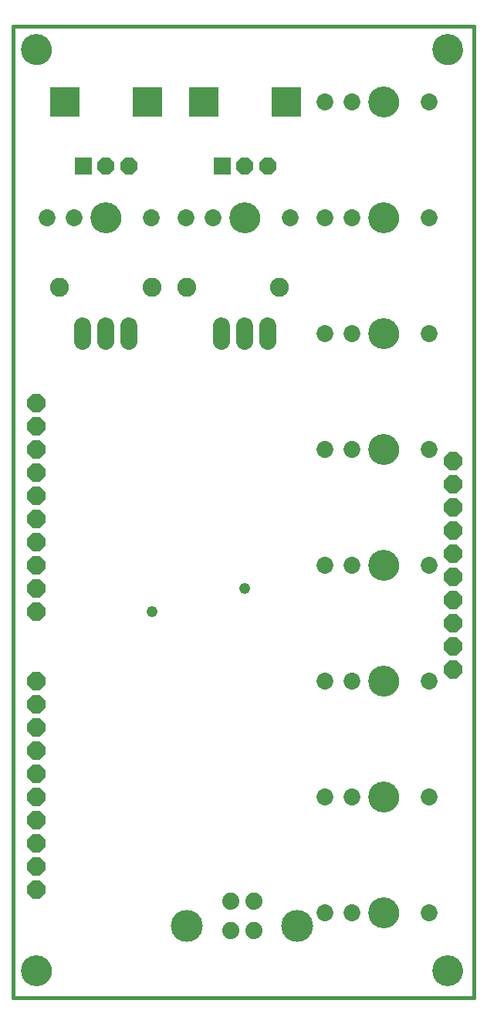
<source format=gts>
G75*
%MOIN*%
%OFA0B0*%
%FSLAX25Y25*%
%IPPOS*%
%LPD*%
%AMOC8*
5,1,8,0,0,1.08239X$1,22.5*
%
%ADD10C,0.00000*%
%ADD11C,0.13300*%
%ADD12C,0.01600*%
%ADD13C,0.07400*%
%ADD14C,0.13800*%
%ADD15C,0.07296*%
%ADD16R,0.07296X0.07296*%
%ADD17OC8,0.07296*%
%ADD18R,0.13068X0.13068*%
%ADD19OC8,0.07800*%
%ADD20C,0.07296*%
%ADD21C,0.08200*%
%ADD22C,0.04762*%
D10*
X0008450Y0017200D02*
X0008452Y0017358D01*
X0008458Y0017515D01*
X0008468Y0017673D01*
X0008482Y0017830D01*
X0008500Y0017986D01*
X0008521Y0018143D01*
X0008547Y0018298D01*
X0008577Y0018453D01*
X0008610Y0018607D01*
X0008648Y0018760D01*
X0008689Y0018913D01*
X0008734Y0019064D01*
X0008783Y0019214D01*
X0008836Y0019362D01*
X0008892Y0019510D01*
X0008953Y0019655D01*
X0009016Y0019800D01*
X0009084Y0019942D01*
X0009155Y0020083D01*
X0009229Y0020222D01*
X0009307Y0020359D01*
X0009389Y0020494D01*
X0009473Y0020627D01*
X0009562Y0020758D01*
X0009653Y0020886D01*
X0009748Y0021013D01*
X0009845Y0021136D01*
X0009946Y0021258D01*
X0010050Y0021376D01*
X0010157Y0021492D01*
X0010267Y0021605D01*
X0010379Y0021716D01*
X0010495Y0021823D01*
X0010613Y0021928D01*
X0010733Y0022030D01*
X0010856Y0022128D01*
X0010982Y0022224D01*
X0011110Y0022316D01*
X0011240Y0022405D01*
X0011372Y0022491D01*
X0011507Y0022573D01*
X0011644Y0022652D01*
X0011782Y0022727D01*
X0011922Y0022799D01*
X0012065Y0022867D01*
X0012208Y0022932D01*
X0012354Y0022993D01*
X0012501Y0023050D01*
X0012649Y0023104D01*
X0012799Y0023154D01*
X0012949Y0023200D01*
X0013101Y0023242D01*
X0013254Y0023281D01*
X0013408Y0023315D01*
X0013563Y0023346D01*
X0013718Y0023372D01*
X0013874Y0023395D01*
X0014031Y0023414D01*
X0014188Y0023429D01*
X0014345Y0023440D01*
X0014503Y0023447D01*
X0014661Y0023450D01*
X0014818Y0023449D01*
X0014976Y0023444D01*
X0015133Y0023435D01*
X0015291Y0023422D01*
X0015447Y0023405D01*
X0015604Y0023384D01*
X0015759Y0023360D01*
X0015914Y0023331D01*
X0016069Y0023298D01*
X0016222Y0023262D01*
X0016375Y0023221D01*
X0016526Y0023177D01*
X0016676Y0023129D01*
X0016825Y0023078D01*
X0016973Y0023022D01*
X0017119Y0022963D01*
X0017264Y0022900D01*
X0017407Y0022833D01*
X0017548Y0022763D01*
X0017687Y0022690D01*
X0017825Y0022613D01*
X0017961Y0022532D01*
X0018094Y0022448D01*
X0018225Y0022361D01*
X0018354Y0022270D01*
X0018481Y0022176D01*
X0018606Y0022079D01*
X0018727Y0021979D01*
X0018847Y0021876D01*
X0018963Y0021770D01*
X0019077Y0021661D01*
X0019189Y0021549D01*
X0019297Y0021435D01*
X0019402Y0021317D01*
X0019505Y0021197D01*
X0019604Y0021075D01*
X0019700Y0020950D01*
X0019793Y0020822D01*
X0019883Y0020693D01*
X0019969Y0020561D01*
X0020053Y0020427D01*
X0020132Y0020291D01*
X0020209Y0020153D01*
X0020281Y0020013D01*
X0020350Y0019871D01*
X0020416Y0019728D01*
X0020478Y0019583D01*
X0020536Y0019436D01*
X0020591Y0019288D01*
X0020642Y0019139D01*
X0020689Y0018988D01*
X0020732Y0018837D01*
X0020771Y0018684D01*
X0020807Y0018530D01*
X0020838Y0018376D01*
X0020866Y0018221D01*
X0020890Y0018065D01*
X0020910Y0017908D01*
X0020926Y0017751D01*
X0020938Y0017594D01*
X0020946Y0017437D01*
X0020950Y0017279D01*
X0020950Y0017121D01*
X0020946Y0016963D01*
X0020938Y0016806D01*
X0020926Y0016649D01*
X0020910Y0016492D01*
X0020890Y0016335D01*
X0020866Y0016179D01*
X0020838Y0016024D01*
X0020807Y0015870D01*
X0020771Y0015716D01*
X0020732Y0015563D01*
X0020689Y0015412D01*
X0020642Y0015261D01*
X0020591Y0015112D01*
X0020536Y0014964D01*
X0020478Y0014817D01*
X0020416Y0014672D01*
X0020350Y0014529D01*
X0020281Y0014387D01*
X0020209Y0014247D01*
X0020132Y0014109D01*
X0020053Y0013973D01*
X0019969Y0013839D01*
X0019883Y0013707D01*
X0019793Y0013578D01*
X0019700Y0013450D01*
X0019604Y0013325D01*
X0019505Y0013203D01*
X0019402Y0013083D01*
X0019297Y0012965D01*
X0019189Y0012851D01*
X0019077Y0012739D01*
X0018963Y0012630D01*
X0018847Y0012524D01*
X0018727Y0012421D01*
X0018606Y0012321D01*
X0018481Y0012224D01*
X0018354Y0012130D01*
X0018225Y0012039D01*
X0018094Y0011952D01*
X0017961Y0011868D01*
X0017825Y0011787D01*
X0017687Y0011710D01*
X0017548Y0011637D01*
X0017407Y0011567D01*
X0017264Y0011500D01*
X0017119Y0011437D01*
X0016973Y0011378D01*
X0016825Y0011322D01*
X0016676Y0011271D01*
X0016526Y0011223D01*
X0016375Y0011179D01*
X0016222Y0011138D01*
X0016069Y0011102D01*
X0015914Y0011069D01*
X0015759Y0011040D01*
X0015604Y0011016D01*
X0015447Y0010995D01*
X0015291Y0010978D01*
X0015133Y0010965D01*
X0014976Y0010956D01*
X0014818Y0010951D01*
X0014661Y0010950D01*
X0014503Y0010953D01*
X0014345Y0010960D01*
X0014188Y0010971D01*
X0014031Y0010986D01*
X0013874Y0011005D01*
X0013718Y0011028D01*
X0013563Y0011054D01*
X0013408Y0011085D01*
X0013254Y0011119D01*
X0013101Y0011158D01*
X0012949Y0011200D01*
X0012799Y0011246D01*
X0012649Y0011296D01*
X0012501Y0011350D01*
X0012354Y0011407D01*
X0012208Y0011468D01*
X0012065Y0011533D01*
X0011922Y0011601D01*
X0011782Y0011673D01*
X0011644Y0011748D01*
X0011507Y0011827D01*
X0011372Y0011909D01*
X0011240Y0011995D01*
X0011110Y0012084D01*
X0010982Y0012176D01*
X0010856Y0012272D01*
X0010733Y0012370D01*
X0010613Y0012472D01*
X0010495Y0012577D01*
X0010379Y0012684D01*
X0010267Y0012795D01*
X0010157Y0012908D01*
X0010050Y0013024D01*
X0009946Y0013142D01*
X0009845Y0013264D01*
X0009748Y0013387D01*
X0009653Y0013514D01*
X0009562Y0013642D01*
X0009473Y0013773D01*
X0009389Y0013906D01*
X0009307Y0014041D01*
X0009229Y0014178D01*
X0009155Y0014317D01*
X0009084Y0014458D01*
X0009016Y0014600D01*
X0008953Y0014745D01*
X0008892Y0014890D01*
X0008836Y0015038D01*
X0008783Y0015186D01*
X0008734Y0015336D01*
X0008689Y0015487D01*
X0008648Y0015640D01*
X0008610Y0015793D01*
X0008577Y0015947D01*
X0008547Y0016102D01*
X0008521Y0016257D01*
X0008500Y0016414D01*
X0008482Y0016570D01*
X0008468Y0016727D01*
X0008458Y0016885D01*
X0008452Y0017042D01*
X0008450Y0017200D01*
X0158450Y0042200D02*
X0158452Y0042358D01*
X0158458Y0042515D01*
X0158468Y0042673D01*
X0158482Y0042830D01*
X0158500Y0042986D01*
X0158521Y0043143D01*
X0158547Y0043298D01*
X0158577Y0043453D01*
X0158610Y0043607D01*
X0158648Y0043760D01*
X0158689Y0043913D01*
X0158734Y0044064D01*
X0158783Y0044214D01*
X0158836Y0044362D01*
X0158892Y0044510D01*
X0158953Y0044655D01*
X0159016Y0044800D01*
X0159084Y0044942D01*
X0159155Y0045083D01*
X0159229Y0045222D01*
X0159307Y0045359D01*
X0159389Y0045494D01*
X0159473Y0045627D01*
X0159562Y0045758D01*
X0159653Y0045886D01*
X0159748Y0046013D01*
X0159845Y0046136D01*
X0159946Y0046258D01*
X0160050Y0046376D01*
X0160157Y0046492D01*
X0160267Y0046605D01*
X0160379Y0046716D01*
X0160495Y0046823D01*
X0160613Y0046928D01*
X0160733Y0047030D01*
X0160856Y0047128D01*
X0160982Y0047224D01*
X0161110Y0047316D01*
X0161240Y0047405D01*
X0161372Y0047491D01*
X0161507Y0047573D01*
X0161644Y0047652D01*
X0161782Y0047727D01*
X0161922Y0047799D01*
X0162065Y0047867D01*
X0162208Y0047932D01*
X0162354Y0047993D01*
X0162501Y0048050D01*
X0162649Y0048104D01*
X0162799Y0048154D01*
X0162949Y0048200D01*
X0163101Y0048242D01*
X0163254Y0048281D01*
X0163408Y0048315D01*
X0163563Y0048346D01*
X0163718Y0048372D01*
X0163874Y0048395D01*
X0164031Y0048414D01*
X0164188Y0048429D01*
X0164345Y0048440D01*
X0164503Y0048447D01*
X0164661Y0048450D01*
X0164818Y0048449D01*
X0164976Y0048444D01*
X0165133Y0048435D01*
X0165291Y0048422D01*
X0165447Y0048405D01*
X0165604Y0048384D01*
X0165759Y0048360D01*
X0165914Y0048331D01*
X0166069Y0048298D01*
X0166222Y0048262D01*
X0166375Y0048221D01*
X0166526Y0048177D01*
X0166676Y0048129D01*
X0166825Y0048078D01*
X0166973Y0048022D01*
X0167119Y0047963D01*
X0167264Y0047900D01*
X0167407Y0047833D01*
X0167548Y0047763D01*
X0167687Y0047690D01*
X0167825Y0047613D01*
X0167961Y0047532D01*
X0168094Y0047448D01*
X0168225Y0047361D01*
X0168354Y0047270D01*
X0168481Y0047176D01*
X0168606Y0047079D01*
X0168727Y0046979D01*
X0168847Y0046876D01*
X0168963Y0046770D01*
X0169077Y0046661D01*
X0169189Y0046549D01*
X0169297Y0046435D01*
X0169402Y0046317D01*
X0169505Y0046197D01*
X0169604Y0046075D01*
X0169700Y0045950D01*
X0169793Y0045822D01*
X0169883Y0045693D01*
X0169969Y0045561D01*
X0170053Y0045427D01*
X0170132Y0045291D01*
X0170209Y0045153D01*
X0170281Y0045013D01*
X0170350Y0044871D01*
X0170416Y0044728D01*
X0170478Y0044583D01*
X0170536Y0044436D01*
X0170591Y0044288D01*
X0170642Y0044139D01*
X0170689Y0043988D01*
X0170732Y0043837D01*
X0170771Y0043684D01*
X0170807Y0043530D01*
X0170838Y0043376D01*
X0170866Y0043221D01*
X0170890Y0043065D01*
X0170910Y0042908D01*
X0170926Y0042751D01*
X0170938Y0042594D01*
X0170946Y0042437D01*
X0170950Y0042279D01*
X0170950Y0042121D01*
X0170946Y0041963D01*
X0170938Y0041806D01*
X0170926Y0041649D01*
X0170910Y0041492D01*
X0170890Y0041335D01*
X0170866Y0041179D01*
X0170838Y0041024D01*
X0170807Y0040870D01*
X0170771Y0040716D01*
X0170732Y0040563D01*
X0170689Y0040412D01*
X0170642Y0040261D01*
X0170591Y0040112D01*
X0170536Y0039964D01*
X0170478Y0039817D01*
X0170416Y0039672D01*
X0170350Y0039529D01*
X0170281Y0039387D01*
X0170209Y0039247D01*
X0170132Y0039109D01*
X0170053Y0038973D01*
X0169969Y0038839D01*
X0169883Y0038707D01*
X0169793Y0038578D01*
X0169700Y0038450D01*
X0169604Y0038325D01*
X0169505Y0038203D01*
X0169402Y0038083D01*
X0169297Y0037965D01*
X0169189Y0037851D01*
X0169077Y0037739D01*
X0168963Y0037630D01*
X0168847Y0037524D01*
X0168727Y0037421D01*
X0168606Y0037321D01*
X0168481Y0037224D01*
X0168354Y0037130D01*
X0168225Y0037039D01*
X0168094Y0036952D01*
X0167961Y0036868D01*
X0167825Y0036787D01*
X0167687Y0036710D01*
X0167548Y0036637D01*
X0167407Y0036567D01*
X0167264Y0036500D01*
X0167119Y0036437D01*
X0166973Y0036378D01*
X0166825Y0036322D01*
X0166676Y0036271D01*
X0166526Y0036223D01*
X0166375Y0036179D01*
X0166222Y0036138D01*
X0166069Y0036102D01*
X0165914Y0036069D01*
X0165759Y0036040D01*
X0165604Y0036016D01*
X0165447Y0035995D01*
X0165291Y0035978D01*
X0165133Y0035965D01*
X0164976Y0035956D01*
X0164818Y0035951D01*
X0164661Y0035950D01*
X0164503Y0035953D01*
X0164345Y0035960D01*
X0164188Y0035971D01*
X0164031Y0035986D01*
X0163874Y0036005D01*
X0163718Y0036028D01*
X0163563Y0036054D01*
X0163408Y0036085D01*
X0163254Y0036119D01*
X0163101Y0036158D01*
X0162949Y0036200D01*
X0162799Y0036246D01*
X0162649Y0036296D01*
X0162501Y0036350D01*
X0162354Y0036407D01*
X0162208Y0036468D01*
X0162065Y0036533D01*
X0161922Y0036601D01*
X0161782Y0036673D01*
X0161644Y0036748D01*
X0161507Y0036827D01*
X0161372Y0036909D01*
X0161240Y0036995D01*
X0161110Y0037084D01*
X0160982Y0037176D01*
X0160856Y0037272D01*
X0160733Y0037370D01*
X0160613Y0037472D01*
X0160495Y0037577D01*
X0160379Y0037684D01*
X0160267Y0037795D01*
X0160157Y0037908D01*
X0160050Y0038024D01*
X0159946Y0038142D01*
X0159845Y0038264D01*
X0159748Y0038387D01*
X0159653Y0038514D01*
X0159562Y0038642D01*
X0159473Y0038773D01*
X0159389Y0038906D01*
X0159307Y0039041D01*
X0159229Y0039178D01*
X0159155Y0039317D01*
X0159084Y0039458D01*
X0159016Y0039600D01*
X0158953Y0039745D01*
X0158892Y0039890D01*
X0158836Y0040038D01*
X0158783Y0040186D01*
X0158734Y0040336D01*
X0158689Y0040487D01*
X0158648Y0040640D01*
X0158610Y0040793D01*
X0158577Y0040947D01*
X0158547Y0041102D01*
X0158521Y0041257D01*
X0158500Y0041414D01*
X0158482Y0041570D01*
X0158468Y0041727D01*
X0158458Y0041885D01*
X0158452Y0042042D01*
X0158450Y0042200D01*
X0158450Y0092200D02*
X0158452Y0092358D01*
X0158458Y0092515D01*
X0158468Y0092673D01*
X0158482Y0092830D01*
X0158500Y0092986D01*
X0158521Y0093143D01*
X0158547Y0093298D01*
X0158577Y0093453D01*
X0158610Y0093607D01*
X0158648Y0093760D01*
X0158689Y0093913D01*
X0158734Y0094064D01*
X0158783Y0094214D01*
X0158836Y0094362D01*
X0158892Y0094510D01*
X0158953Y0094655D01*
X0159016Y0094800D01*
X0159084Y0094942D01*
X0159155Y0095083D01*
X0159229Y0095222D01*
X0159307Y0095359D01*
X0159389Y0095494D01*
X0159473Y0095627D01*
X0159562Y0095758D01*
X0159653Y0095886D01*
X0159748Y0096013D01*
X0159845Y0096136D01*
X0159946Y0096258D01*
X0160050Y0096376D01*
X0160157Y0096492D01*
X0160267Y0096605D01*
X0160379Y0096716D01*
X0160495Y0096823D01*
X0160613Y0096928D01*
X0160733Y0097030D01*
X0160856Y0097128D01*
X0160982Y0097224D01*
X0161110Y0097316D01*
X0161240Y0097405D01*
X0161372Y0097491D01*
X0161507Y0097573D01*
X0161644Y0097652D01*
X0161782Y0097727D01*
X0161922Y0097799D01*
X0162065Y0097867D01*
X0162208Y0097932D01*
X0162354Y0097993D01*
X0162501Y0098050D01*
X0162649Y0098104D01*
X0162799Y0098154D01*
X0162949Y0098200D01*
X0163101Y0098242D01*
X0163254Y0098281D01*
X0163408Y0098315D01*
X0163563Y0098346D01*
X0163718Y0098372D01*
X0163874Y0098395D01*
X0164031Y0098414D01*
X0164188Y0098429D01*
X0164345Y0098440D01*
X0164503Y0098447D01*
X0164661Y0098450D01*
X0164818Y0098449D01*
X0164976Y0098444D01*
X0165133Y0098435D01*
X0165291Y0098422D01*
X0165447Y0098405D01*
X0165604Y0098384D01*
X0165759Y0098360D01*
X0165914Y0098331D01*
X0166069Y0098298D01*
X0166222Y0098262D01*
X0166375Y0098221D01*
X0166526Y0098177D01*
X0166676Y0098129D01*
X0166825Y0098078D01*
X0166973Y0098022D01*
X0167119Y0097963D01*
X0167264Y0097900D01*
X0167407Y0097833D01*
X0167548Y0097763D01*
X0167687Y0097690D01*
X0167825Y0097613D01*
X0167961Y0097532D01*
X0168094Y0097448D01*
X0168225Y0097361D01*
X0168354Y0097270D01*
X0168481Y0097176D01*
X0168606Y0097079D01*
X0168727Y0096979D01*
X0168847Y0096876D01*
X0168963Y0096770D01*
X0169077Y0096661D01*
X0169189Y0096549D01*
X0169297Y0096435D01*
X0169402Y0096317D01*
X0169505Y0096197D01*
X0169604Y0096075D01*
X0169700Y0095950D01*
X0169793Y0095822D01*
X0169883Y0095693D01*
X0169969Y0095561D01*
X0170053Y0095427D01*
X0170132Y0095291D01*
X0170209Y0095153D01*
X0170281Y0095013D01*
X0170350Y0094871D01*
X0170416Y0094728D01*
X0170478Y0094583D01*
X0170536Y0094436D01*
X0170591Y0094288D01*
X0170642Y0094139D01*
X0170689Y0093988D01*
X0170732Y0093837D01*
X0170771Y0093684D01*
X0170807Y0093530D01*
X0170838Y0093376D01*
X0170866Y0093221D01*
X0170890Y0093065D01*
X0170910Y0092908D01*
X0170926Y0092751D01*
X0170938Y0092594D01*
X0170946Y0092437D01*
X0170950Y0092279D01*
X0170950Y0092121D01*
X0170946Y0091963D01*
X0170938Y0091806D01*
X0170926Y0091649D01*
X0170910Y0091492D01*
X0170890Y0091335D01*
X0170866Y0091179D01*
X0170838Y0091024D01*
X0170807Y0090870D01*
X0170771Y0090716D01*
X0170732Y0090563D01*
X0170689Y0090412D01*
X0170642Y0090261D01*
X0170591Y0090112D01*
X0170536Y0089964D01*
X0170478Y0089817D01*
X0170416Y0089672D01*
X0170350Y0089529D01*
X0170281Y0089387D01*
X0170209Y0089247D01*
X0170132Y0089109D01*
X0170053Y0088973D01*
X0169969Y0088839D01*
X0169883Y0088707D01*
X0169793Y0088578D01*
X0169700Y0088450D01*
X0169604Y0088325D01*
X0169505Y0088203D01*
X0169402Y0088083D01*
X0169297Y0087965D01*
X0169189Y0087851D01*
X0169077Y0087739D01*
X0168963Y0087630D01*
X0168847Y0087524D01*
X0168727Y0087421D01*
X0168606Y0087321D01*
X0168481Y0087224D01*
X0168354Y0087130D01*
X0168225Y0087039D01*
X0168094Y0086952D01*
X0167961Y0086868D01*
X0167825Y0086787D01*
X0167687Y0086710D01*
X0167548Y0086637D01*
X0167407Y0086567D01*
X0167264Y0086500D01*
X0167119Y0086437D01*
X0166973Y0086378D01*
X0166825Y0086322D01*
X0166676Y0086271D01*
X0166526Y0086223D01*
X0166375Y0086179D01*
X0166222Y0086138D01*
X0166069Y0086102D01*
X0165914Y0086069D01*
X0165759Y0086040D01*
X0165604Y0086016D01*
X0165447Y0085995D01*
X0165291Y0085978D01*
X0165133Y0085965D01*
X0164976Y0085956D01*
X0164818Y0085951D01*
X0164661Y0085950D01*
X0164503Y0085953D01*
X0164345Y0085960D01*
X0164188Y0085971D01*
X0164031Y0085986D01*
X0163874Y0086005D01*
X0163718Y0086028D01*
X0163563Y0086054D01*
X0163408Y0086085D01*
X0163254Y0086119D01*
X0163101Y0086158D01*
X0162949Y0086200D01*
X0162799Y0086246D01*
X0162649Y0086296D01*
X0162501Y0086350D01*
X0162354Y0086407D01*
X0162208Y0086468D01*
X0162065Y0086533D01*
X0161922Y0086601D01*
X0161782Y0086673D01*
X0161644Y0086748D01*
X0161507Y0086827D01*
X0161372Y0086909D01*
X0161240Y0086995D01*
X0161110Y0087084D01*
X0160982Y0087176D01*
X0160856Y0087272D01*
X0160733Y0087370D01*
X0160613Y0087472D01*
X0160495Y0087577D01*
X0160379Y0087684D01*
X0160267Y0087795D01*
X0160157Y0087908D01*
X0160050Y0088024D01*
X0159946Y0088142D01*
X0159845Y0088264D01*
X0159748Y0088387D01*
X0159653Y0088514D01*
X0159562Y0088642D01*
X0159473Y0088773D01*
X0159389Y0088906D01*
X0159307Y0089041D01*
X0159229Y0089178D01*
X0159155Y0089317D01*
X0159084Y0089458D01*
X0159016Y0089600D01*
X0158953Y0089745D01*
X0158892Y0089890D01*
X0158836Y0090038D01*
X0158783Y0090186D01*
X0158734Y0090336D01*
X0158689Y0090487D01*
X0158648Y0090640D01*
X0158610Y0090793D01*
X0158577Y0090947D01*
X0158547Y0091102D01*
X0158521Y0091257D01*
X0158500Y0091414D01*
X0158482Y0091570D01*
X0158468Y0091727D01*
X0158458Y0091885D01*
X0158452Y0092042D01*
X0158450Y0092200D01*
X0158450Y0142200D02*
X0158452Y0142358D01*
X0158458Y0142515D01*
X0158468Y0142673D01*
X0158482Y0142830D01*
X0158500Y0142986D01*
X0158521Y0143143D01*
X0158547Y0143298D01*
X0158577Y0143453D01*
X0158610Y0143607D01*
X0158648Y0143760D01*
X0158689Y0143913D01*
X0158734Y0144064D01*
X0158783Y0144214D01*
X0158836Y0144362D01*
X0158892Y0144510D01*
X0158953Y0144655D01*
X0159016Y0144800D01*
X0159084Y0144942D01*
X0159155Y0145083D01*
X0159229Y0145222D01*
X0159307Y0145359D01*
X0159389Y0145494D01*
X0159473Y0145627D01*
X0159562Y0145758D01*
X0159653Y0145886D01*
X0159748Y0146013D01*
X0159845Y0146136D01*
X0159946Y0146258D01*
X0160050Y0146376D01*
X0160157Y0146492D01*
X0160267Y0146605D01*
X0160379Y0146716D01*
X0160495Y0146823D01*
X0160613Y0146928D01*
X0160733Y0147030D01*
X0160856Y0147128D01*
X0160982Y0147224D01*
X0161110Y0147316D01*
X0161240Y0147405D01*
X0161372Y0147491D01*
X0161507Y0147573D01*
X0161644Y0147652D01*
X0161782Y0147727D01*
X0161922Y0147799D01*
X0162065Y0147867D01*
X0162208Y0147932D01*
X0162354Y0147993D01*
X0162501Y0148050D01*
X0162649Y0148104D01*
X0162799Y0148154D01*
X0162949Y0148200D01*
X0163101Y0148242D01*
X0163254Y0148281D01*
X0163408Y0148315D01*
X0163563Y0148346D01*
X0163718Y0148372D01*
X0163874Y0148395D01*
X0164031Y0148414D01*
X0164188Y0148429D01*
X0164345Y0148440D01*
X0164503Y0148447D01*
X0164661Y0148450D01*
X0164818Y0148449D01*
X0164976Y0148444D01*
X0165133Y0148435D01*
X0165291Y0148422D01*
X0165447Y0148405D01*
X0165604Y0148384D01*
X0165759Y0148360D01*
X0165914Y0148331D01*
X0166069Y0148298D01*
X0166222Y0148262D01*
X0166375Y0148221D01*
X0166526Y0148177D01*
X0166676Y0148129D01*
X0166825Y0148078D01*
X0166973Y0148022D01*
X0167119Y0147963D01*
X0167264Y0147900D01*
X0167407Y0147833D01*
X0167548Y0147763D01*
X0167687Y0147690D01*
X0167825Y0147613D01*
X0167961Y0147532D01*
X0168094Y0147448D01*
X0168225Y0147361D01*
X0168354Y0147270D01*
X0168481Y0147176D01*
X0168606Y0147079D01*
X0168727Y0146979D01*
X0168847Y0146876D01*
X0168963Y0146770D01*
X0169077Y0146661D01*
X0169189Y0146549D01*
X0169297Y0146435D01*
X0169402Y0146317D01*
X0169505Y0146197D01*
X0169604Y0146075D01*
X0169700Y0145950D01*
X0169793Y0145822D01*
X0169883Y0145693D01*
X0169969Y0145561D01*
X0170053Y0145427D01*
X0170132Y0145291D01*
X0170209Y0145153D01*
X0170281Y0145013D01*
X0170350Y0144871D01*
X0170416Y0144728D01*
X0170478Y0144583D01*
X0170536Y0144436D01*
X0170591Y0144288D01*
X0170642Y0144139D01*
X0170689Y0143988D01*
X0170732Y0143837D01*
X0170771Y0143684D01*
X0170807Y0143530D01*
X0170838Y0143376D01*
X0170866Y0143221D01*
X0170890Y0143065D01*
X0170910Y0142908D01*
X0170926Y0142751D01*
X0170938Y0142594D01*
X0170946Y0142437D01*
X0170950Y0142279D01*
X0170950Y0142121D01*
X0170946Y0141963D01*
X0170938Y0141806D01*
X0170926Y0141649D01*
X0170910Y0141492D01*
X0170890Y0141335D01*
X0170866Y0141179D01*
X0170838Y0141024D01*
X0170807Y0140870D01*
X0170771Y0140716D01*
X0170732Y0140563D01*
X0170689Y0140412D01*
X0170642Y0140261D01*
X0170591Y0140112D01*
X0170536Y0139964D01*
X0170478Y0139817D01*
X0170416Y0139672D01*
X0170350Y0139529D01*
X0170281Y0139387D01*
X0170209Y0139247D01*
X0170132Y0139109D01*
X0170053Y0138973D01*
X0169969Y0138839D01*
X0169883Y0138707D01*
X0169793Y0138578D01*
X0169700Y0138450D01*
X0169604Y0138325D01*
X0169505Y0138203D01*
X0169402Y0138083D01*
X0169297Y0137965D01*
X0169189Y0137851D01*
X0169077Y0137739D01*
X0168963Y0137630D01*
X0168847Y0137524D01*
X0168727Y0137421D01*
X0168606Y0137321D01*
X0168481Y0137224D01*
X0168354Y0137130D01*
X0168225Y0137039D01*
X0168094Y0136952D01*
X0167961Y0136868D01*
X0167825Y0136787D01*
X0167687Y0136710D01*
X0167548Y0136637D01*
X0167407Y0136567D01*
X0167264Y0136500D01*
X0167119Y0136437D01*
X0166973Y0136378D01*
X0166825Y0136322D01*
X0166676Y0136271D01*
X0166526Y0136223D01*
X0166375Y0136179D01*
X0166222Y0136138D01*
X0166069Y0136102D01*
X0165914Y0136069D01*
X0165759Y0136040D01*
X0165604Y0136016D01*
X0165447Y0135995D01*
X0165291Y0135978D01*
X0165133Y0135965D01*
X0164976Y0135956D01*
X0164818Y0135951D01*
X0164661Y0135950D01*
X0164503Y0135953D01*
X0164345Y0135960D01*
X0164188Y0135971D01*
X0164031Y0135986D01*
X0163874Y0136005D01*
X0163718Y0136028D01*
X0163563Y0136054D01*
X0163408Y0136085D01*
X0163254Y0136119D01*
X0163101Y0136158D01*
X0162949Y0136200D01*
X0162799Y0136246D01*
X0162649Y0136296D01*
X0162501Y0136350D01*
X0162354Y0136407D01*
X0162208Y0136468D01*
X0162065Y0136533D01*
X0161922Y0136601D01*
X0161782Y0136673D01*
X0161644Y0136748D01*
X0161507Y0136827D01*
X0161372Y0136909D01*
X0161240Y0136995D01*
X0161110Y0137084D01*
X0160982Y0137176D01*
X0160856Y0137272D01*
X0160733Y0137370D01*
X0160613Y0137472D01*
X0160495Y0137577D01*
X0160379Y0137684D01*
X0160267Y0137795D01*
X0160157Y0137908D01*
X0160050Y0138024D01*
X0159946Y0138142D01*
X0159845Y0138264D01*
X0159748Y0138387D01*
X0159653Y0138514D01*
X0159562Y0138642D01*
X0159473Y0138773D01*
X0159389Y0138906D01*
X0159307Y0139041D01*
X0159229Y0139178D01*
X0159155Y0139317D01*
X0159084Y0139458D01*
X0159016Y0139600D01*
X0158953Y0139745D01*
X0158892Y0139890D01*
X0158836Y0140038D01*
X0158783Y0140186D01*
X0158734Y0140336D01*
X0158689Y0140487D01*
X0158648Y0140640D01*
X0158610Y0140793D01*
X0158577Y0140947D01*
X0158547Y0141102D01*
X0158521Y0141257D01*
X0158500Y0141414D01*
X0158482Y0141570D01*
X0158468Y0141727D01*
X0158458Y0141885D01*
X0158452Y0142042D01*
X0158450Y0142200D01*
X0158450Y0192200D02*
X0158452Y0192358D01*
X0158458Y0192515D01*
X0158468Y0192673D01*
X0158482Y0192830D01*
X0158500Y0192986D01*
X0158521Y0193143D01*
X0158547Y0193298D01*
X0158577Y0193453D01*
X0158610Y0193607D01*
X0158648Y0193760D01*
X0158689Y0193913D01*
X0158734Y0194064D01*
X0158783Y0194214D01*
X0158836Y0194362D01*
X0158892Y0194510D01*
X0158953Y0194655D01*
X0159016Y0194800D01*
X0159084Y0194942D01*
X0159155Y0195083D01*
X0159229Y0195222D01*
X0159307Y0195359D01*
X0159389Y0195494D01*
X0159473Y0195627D01*
X0159562Y0195758D01*
X0159653Y0195886D01*
X0159748Y0196013D01*
X0159845Y0196136D01*
X0159946Y0196258D01*
X0160050Y0196376D01*
X0160157Y0196492D01*
X0160267Y0196605D01*
X0160379Y0196716D01*
X0160495Y0196823D01*
X0160613Y0196928D01*
X0160733Y0197030D01*
X0160856Y0197128D01*
X0160982Y0197224D01*
X0161110Y0197316D01*
X0161240Y0197405D01*
X0161372Y0197491D01*
X0161507Y0197573D01*
X0161644Y0197652D01*
X0161782Y0197727D01*
X0161922Y0197799D01*
X0162065Y0197867D01*
X0162208Y0197932D01*
X0162354Y0197993D01*
X0162501Y0198050D01*
X0162649Y0198104D01*
X0162799Y0198154D01*
X0162949Y0198200D01*
X0163101Y0198242D01*
X0163254Y0198281D01*
X0163408Y0198315D01*
X0163563Y0198346D01*
X0163718Y0198372D01*
X0163874Y0198395D01*
X0164031Y0198414D01*
X0164188Y0198429D01*
X0164345Y0198440D01*
X0164503Y0198447D01*
X0164661Y0198450D01*
X0164818Y0198449D01*
X0164976Y0198444D01*
X0165133Y0198435D01*
X0165291Y0198422D01*
X0165447Y0198405D01*
X0165604Y0198384D01*
X0165759Y0198360D01*
X0165914Y0198331D01*
X0166069Y0198298D01*
X0166222Y0198262D01*
X0166375Y0198221D01*
X0166526Y0198177D01*
X0166676Y0198129D01*
X0166825Y0198078D01*
X0166973Y0198022D01*
X0167119Y0197963D01*
X0167264Y0197900D01*
X0167407Y0197833D01*
X0167548Y0197763D01*
X0167687Y0197690D01*
X0167825Y0197613D01*
X0167961Y0197532D01*
X0168094Y0197448D01*
X0168225Y0197361D01*
X0168354Y0197270D01*
X0168481Y0197176D01*
X0168606Y0197079D01*
X0168727Y0196979D01*
X0168847Y0196876D01*
X0168963Y0196770D01*
X0169077Y0196661D01*
X0169189Y0196549D01*
X0169297Y0196435D01*
X0169402Y0196317D01*
X0169505Y0196197D01*
X0169604Y0196075D01*
X0169700Y0195950D01*
X0169793Y0195822D01*
X0169883Y0195693D01*
X0169969Y0195561D01*
X0170053Y0195427D01*
X0170132Y0195291D01*
X0170209Y0195153D01*
X0170281Y0195013D01*
X0170350Y0194871D01*
X0170416Y0194728D01*
X0170478Y0194583D01*
X0170536Y0194436D01*
X0170591Y0194288D01*
X0170642Y0194139D01*
X0170689Y0193988D01*
X0170732Y0193837D01*
X0170771Y0193684D01*
X0170807Y0193530D01*
X0170838Y0193376D01*
X0170866Y0193221D01*
X0170890Y0193065D01*
X0170910Y0192908D01*
X0170926Y0192751D01*
X0170938Y0192594D01*
X0170946Y0192437D01*
X0170950Y0192279D01*
X0170950Y0192121D01*
X0170946Y0191963D01*
X0170938Y0191806D01*
X0170926Y0191649D01*
X0170910Y0191492D01*
X0170890Y0191335D01*
X0170866Y0191179D01*
X0170838Y0191024D01*
X0170807Y0190870D01*
X0170771Y0190716D01*
X0170732Y0190563D01*
X0170689Y0190412D01*
X0170642Y0190261D01*
X0170591Y0190112D01*
X0170536Y0189964D01*
X0170478Y0189817D01*
X0170416Y0189672D01*
X0170350Y0189529D01*
X0170281Y0189387D01*
X0170209Y0189247D01*
X0170132Y0189109D01*
X0170053Y0188973D01*
X0169969Y0188839D01*
X0169883Y0188707D01*
X0169793Y0188578D01*
X0169700Y0188450D01*
X0169604Y0188325D01*
X0169505Y0188203D01*
X0169402Y0188083D01*
X0169297Y0187965D01*
X0169189Y0187851D01*
X0169077Y0187739D01*
X0168963Y0187630D01*
X0168847Y0187524D01*
X0168727Y0187421D01*
X0168606Y0187321D01*
X0168481Y0187224D01*
X0168354Y0187130D01*
X0168225Y0187039D01*
X0168094Y0186952D01*
X0167961Y0186868D01*
X0167825Y0186787D01*
X0167687Y0186710D01*
X0167548Y0186637D01*
X0167407Y0186567D01*
X0167264Y0186500D01*
X0167119Y0186437D01*
X0166973Y0186378D01*
X0166825Y0186322D01*
X0166676Y0186271D01*
X0166526Y0186223D01*
X0166375Y0186179D01*
X0166222Y0186138D01*
X0166069Y0186102D01*
X0165914Y0186069D01*
X0165759Y0186040D01*
X0165604Y0186016D01*
X0165447Y0185995D01*
X0165291Y0185978D01*
X0165133Y0185965D01*
X0164976Y0185956D01*
X0164818Y0185951D01*
X0164661Y0185950D01*
X0164503Y0185953D01*
X0164345Y0185960D01*
X0164188Y0185971D01*
X0164031Y0185986D01*
X0163874Y0186005D01*
X0163718Y0186028D01*
X0163563Y0186054D01*
X0163408Y0186085D01*
X0163254Y0186119D01*
X0163101Y0186158D01*
X0162949Y0186200D01*
X0162799Y0186246D01*
X0162649Y0186296D01*
X0162501Y0186350D01*
X0162354Y0186407D01*
X0162208Y0186468D01*
X0162065Y0186533D01*
X0161922Y0186601D01*
X0161782Y0186673D01*
X0161644Y0186748D01*
X0161507Y0186827D01*
X0161372Y0186909D01*
X0161240Y0186995D01*
X0161110Y0187084D01*
X0160982Y0187176D01*
X0160856Y0187272D01*
X0160733Y0187370D01*
X0160613Y0187472D01*
X0160495Y0187577D01*
X0160379Y0187684D01*
X0160267Y0187795D01*
X0160157Y0187908D01*
X0160050Y0188024D01*
X0159946Y0188142D01*
X0159845Y0188264D01*
X0159748Y0188387D01*
X0159653Y0188514D01*
X0159562Y0188642D01*
X0159473Y0188773D01*
X0159389Y0188906D01*
X0159307Y0189041D01*
X0159229Y0189178D01*
X0159155Y0189317D01*
X0159084Y0189458D01*
X0159016Y0189600D01*
X0158953Y0189745D01*
X0158892Y0189890D01*
X0158836Y0190038D01*
X0158783Y0190186D01*
X0158734Y0190336D01*
X0158689Y0190487D01*
X0158648Y0190640D01*
X0158610Y0190793D01*
X0158577Y0190947D01*
X0158547Y0191102D01*
X0158521Y0191257D01*
X0158500Y0191414D01*
X0158482Y0191570D01*
X0158468Y0191727D01*
X0158458Y0191885D01*
X0158452Y0192042D01*
X0158450Y0192200D01*
X0158450Y0242200D02*
X0158452Y0242358D01*
X0158458Y0242515D01*
X0158468Y0242673D01*
X0158482Y0242830D01*
X0158500Y0242986D01*
X0158521Y0243143D01*
X0158547Y0243298D01*
X0158577Y0243453D01*
X0158610Y0243607D01*
X0158648Y0243760D01*
X0158689Y0243913D01*
X0158734Y0244064D01*
X0158783Y0244214D01*
X0158836Y0244362D01*
X0158892Y0244510D01*
X0158953Y0244655D01*
X0159016Y0244800D01*
X0159084Y0244942D01*
X0159155Y0245083D01*
X0159229Y0245222D01*
X0159307Y0245359D01*
X0159389Y0245494D01*
X0159473Y0245627D01*
X0159562Y0245758D01*
X0159653Y0245886D01*
X0159748Y0246013D01*
X0159845Y0246136D01*
X0159946Y0246258D01*
X0160050Y0246376D01*
X0160157Y0246492D01*
X0160267Y0246605D01*
X0160379Y0246716D01*
X0160495Y0246823D01*
X0160613Y0246928D01*
X0160733Y0247030D01*
X0160856Y0247128D01*
X0160982Y0247224D01*
X0161110Y0247316D01*
X0161240Y0247405D01*
X0161372Y0247491D01*
X0161507Y0247573D01*
X0161644Y0247652D01*
X0161782Y0247727D01*
X0161922Y0247799D01*
X0162065Y0247867D01*
X0162208Y0247932D01*
X0162354Y0247993D01*
X0162501Y0248050D01*
X0162649Y0248104D01*
X0162799Y0248154D01*
X0162949Y0248200D01*
X0163101Y0248242D01*
X0163254Y0248281D01*
X0163408Y0248315D01*
X0163563Y0248346D01*
X0163718Y0248372D01*
X0163874Y0248395D01*
X0164031Y0248414D01*
X0164188Y0248429D01*
X0164345Y0248440D01*
X0164503Y0248447D01*
X0164661Y0248450D01*
X0164818Y0248449D01*
X0164976Y0248444D01*
X0165133Y0248435D01*
X0165291Y0248422D01*
X0165447Y0248405D01*
X0165604Y0248384D01*
X0165759Y0248360D01*
X0165914Y0248331D01*
X0166069Y0248298D01*
X0166222Y0248262D01*
X0166375Y0248221D01*
X0166526Y0248177D01*
X0166676Y0248129D01*
X0166825Y0248078D01*
X0166973Y0248022D01*
X0167119Y0247963D01*
X0167264Y0247900D01*
X0167407Y0247833D01*
X0167548Y0247763D01*
X0167687Y0247690D01*
X0167825Y0247613D01*
X0167961Y0247532D01*
X0168094Y0247448D01*
X0168225Y0247361D01*
X0168354Y0247270D01*
X0168481Y0247176D01*
X0168606Y0247079D01*
X0168727Y0246979D01*
X0168847Y0246876D01*
X0168963Y0246770D01*
X0169077Y0246661D01*
X0169189Y0246549D01*
X0169297Y0246435D01*
X0169402Y0246317D01*
X0169505Y0246197D01*
X0169604Y0246075D01*
X0169700Y0245950D01*
X0169793Y0245822D01*
X0169883Y0245693D01*
X0169969Y0245561D01*
X0170053Y0245427D01*
X0170132Y0245291D01*
X0170209Y0245153D01*
X0170281Y0245013D01*
X0170350Y0244871D01*
X0170416Y0244728D01*
X0170478Y0244583D01*
X0170536Y0244436D01*
X0170591Y0244288D01*
X0170642Y0244139D01*
X0170689Y0243988D01*
X0170732Y0243837D01*
X0170771Y0243684D01*
X0170807Y0243530D01*
X0170838Y0243376D01*
X0170866Y0243221D01*
X0170890Y0243065D01*
X0170910Y0242908D01*
X0170926Y0242751D01*
X0170938Y0242594D01*
X0170946Y0242437D01*
X0170950Y0242279D01*
X0170950Y0242121D01*
X0170946Y0241963D01*
X0170938Y0241806D01*
X0170926Y0241649D01*
X0170910Y0241492D01*
X0170890Y0241335D01*
X0170866Y0241179D01*
X0170838Y0241024D01*
X0170807Y0240870D01*
X0170771Y0240716D01*
X0170732Y0240563D01*
X0170689Y0240412D01*
X0170642Y0240261D01*
X0170591Y0240112D01*
X0170536Y0239964D01*
X0170478Y0239817D01*
X0170416Y0239672D01*
X0170350Y0239529D01*
X0170281Y0239387D01*
X0170209Y0239247D01*
X0170132Y0239109D01*
X0170053Y0238973D01*
X0169969Y0238839D01*
X0169883Y0238707D01*
X0169793Y0238578D01*
X0169700Y0238450D01*
X0169604Y0238325D01*
X0169505Y0238203D01*
X0169402Y0238083D01*
X0169297Y0237965D01*
X0169189Y0237851D01*
X0169077Y0237739D01*
X0168963Y0237630D01*
X0168847Y0237524D01*
X0168727Y0237421D01*
X0168606Y0237321D01*
X0168481Y0237224D01*
X0168354Y0237130D01*
X0168225Y0237039D01*
X0168094Y0236952D01*
X0167961Y0236868D01*
X0167825Y0236787D01*
X0167687Y0236710D01*
X0167548Y0236637D01*
X0167407Y0236567D01*
X0167264Y0236500D01*
X0167119Y0236437D01*
X0166973Y0236378D01*
X0166825Y0236322D01*
X0166676Y0236271D01*
X0166526Y0236223D01*
X0166375Y0236179D01*
X0166222Y0236138D01*
X0166069Y0236102D01*
X0165914Y0236069D01*
X0165759Y0236040D01*
X0165604Y0236016D01*
X0165447Y0235995D01*
X0165291Y0235978D01*
X0165133Y0235965D01*
X0164976Y0235956D01*
X0164818Y0235951D01*
X0164661Y0235950D01*
X0164503Y0235953D01*
X0164345Y0235960D01*
X0164188Y0235971D01*
X0164031Y0235986D01*
X0163874Y0236005D01*
X0163718Y0236028D01*
X0163563Y0236054D01*
X0163408Y0236085D01*
X0163254Y0236119D01*
X0163101Y0236158D01*
X0162949Y0236200D01*
X0162799Y0236246D01*
X0162649Y0236296D01*
X0162501Y0236350D01*
X0162354Y0236407D01*
X0162208Y0236468D01*
X0162065Y0236533D01*
X0161922Y0236601D01*
X0161782Y0236673D01*
X0161644Y0236748D01*
X0161507Y0236827D01*
X0161372Y0236909D01*
X0161240Y0236995D01*
X0161110Y0237084D01*
X0160982Y0237176D01*
X0160856Y0237272D01*
X0160733Y0237370D01*
X0160613Y0237472D01*
X0160495Y0237577D01*
X0160379Y0237684D01*
X0160267Y0237795D01*
X0160157Y0237908D01*
X0160050Y0238024D01*
X0159946Y0238142D01*
X0159845Y0238264D01*
X0159748Y0238387D01*
X0159653Y0238514D01*
X0159562Y0238642D01*
X0159473Y0238773D01*
X0159389Y0238906D01*
X0159307Y0239041D01*
X0159229Y0239178D01*
X0159155Y0239317D01*
X0159084Y0239458D01*
X0159016Y0239600D01*
X0158953Y0239745D01*
X0158892Y0239890D01*
X0158836Y0240038D01*
X0158783Y0240186D01*
X0158734Y0240336D01*
X0158689Y0240487D01*
X0158648Y0240640D01*
X0158610Y0240793D01*
X0158577Y0240947D01*
X0158547Y0241102D01*
X0158521Y0241257D01*
X0158500Y0241414D01*
X0158482Y0241570D01*
X0158468Y0241727D01*
X0158458Y0241885D01*
X0158452Y0242042D01*
X0158450Y0242200D01*
X0158450Y0292200D02*
X0158452Y0292358D01*
X0158458Y0292515D01*
X0158468Y0292673D01*
X0158482Y0292830D01*
X0158500Y0292986D01*
X0158521Y0293143D01*
X0158547Y0293298D01*
X0158577Y0293453D01*
X0158610Y0293607D01*
X0158648Y0293760D01*
X0158689Y0293913D01*
X0158734Y0294064D01*
X0158783Y0294214D01*
X0158836Y0294362D01*
X0158892Y0294510D01*
X0158953Y0294655D01*
X0159016Y0294800D01*
X0159084Y0294942D01*
X0159155Y0295083D01*
X0159229Y0295222D01*
X0159307Y0295359D01*
X0159389Y0295494D01*
X0159473Y0295627D01*
X0159562Y0295758D01*
X0159653Y0295886D01*
X0159748Y0296013D01*
X0159845Y0296136D01*
X0159946Y0296258D01*
X0160050Y0296376D01*
X0160157Y0296492D01*
X0160267Y0296605D01*
X0160379Y0296716D01*
X0160495Y0296823D01*
X0160613Y0296928D01*
X0160733Y0297030D01*
X0160856Y0297128D01*
X0160982Y0297224D01*
X0161110Y0297316D01*
X0161240Y0297405D01*
X0161372Y0297491D01*
X0161507Y0297573D01*
X0161644Y0297652D01*
X0161782Y0297727D01*
X0161922Y0297799D01*
X0162065Y0297867D01*
X0162208Y0297932D01*
X0162354Y0297993D01*
X0162501Y0298050D01*
X0162649Y0298104D01*
X0162799Y0298154D01*
X0162949Y0298200D01*
X0163101Y0298242D01*
X0163254Y0298281D01*
X0163408Y0298315D01*
X0163563Y0298346D01*
X0163718Y0298372D01*
X0163874Y0298395D01*
X0164031Y0298414D01*
X0164188Y0298429D01*
X0164345Y0298440D01*
X0164503Y0298447D01*
X0164661Y0298450D01*
X0164818Y0298449D01*
X0164976Y0298444D01*
X0165133Y0298435D01*
X0165291Y0298422D01*
X0165447Y0298405D01*
X0165604Y0298384D01*
X0165759Y0298360D01*
X0165914Y0298331D01*
X0166069Y0298298D01*
X0166222Y0298262D01*
X0166375Y0298221D01*
X0166526Y0298177D01*
X0166676Y0298129D01*
X0166825Y0298078D01*
X0166973Y0298022D01*
X0167119Y0297963D01*
X0167264Y0297900D01*
X0167407Y0297833D01*
X0167548Y0297763D01*
X0167687Y0297690D01*
X0167825Y0297613D01*
X0167961Y0297532D01*
X0168094Y0297448D01*
X0168225Y0297361D01*
X0168354Y0297270D01*
X0168481Y0297176D01*
X0168606Y0297079D01*
X0168727Y0296979D01*
X0168847Y0296876D01*
X0168963Y0296770D01*
X0169077Y0296661D01*
X0169189Y0296549D01*
X0169297Y0296435D01*
X0169402Y0296317D01*
X0169505Y0296197D01*
X0169604Y0296075D01*
X0169700Y0295950D01*
X0169793Y0295822D01*
X0169883Y0295693D01*
X0169969Y0295561D01*
X0170053Y0295427D01*
X0170132Y0295291D01*
X0170209Y0295153D01*
X0170281Y0295013D01*
X0170350Y0294871D01*
X0170416Y0294728D01*
X0170478Y0294583D01*
X0170536Y0294436D01*
X0170591Y0294288D01*
X0170642Y0294139D01*
X0170689Y0293988D01*
X0170732Y0293837D01*
X0170771Y0293684D01*
X0170807Y0293530D01*
X0170838Y0293376D01*
X0170866Y0293221D01*
X0170890Y0293065D01*
X0170910Y0292908D01*
X0170926Y0292751D01*
X0170938Y0292594D01*
X0170946Y0292437D01*
X0170950Y0292279D01*
X0170950Y0292121D01*
X0170946Y0291963D01*
X0170938Y0291806D01*
X0170926Y0291649D01*
X0170910Y0291492D01*
X0170890Y0291335D01*
X0170866Y0291179D01*
X0170838Y0291024D01*
X0170807Y0290870D01*
X0170771Y0290716D01*
X0170732Y0290563D01*
X0170689Y0290412D01*
X0170642Y0290261D01*
X0170591Y0290112D01*
X0170536Y0289964D01*
X0170478Y0289817D01*
X0170416Y0289672D01*
X0170350Y0289529D01*
X0170281Y0289387D01*
X0170209Y0289247D01*
X0170132Y0289109D01*
X0170053Y0288973D01*
X0169969Y0288839D01*
X0169883Y0288707D01*
X0169793Y0288578D01*
X0169700Y0288450D01*
X0169604Y0288325D01*
X0169505Y0288203D01*
X0169402Y0288083D01*
X0169297Y0287965D01*
X0169189Y0287851D01*
X0169077Y0287739D01*
X0168963Y0287630D01*
X0168847Y0287524D01*
X0168727Y0287421D01*
X0168606Y0287321D01*
X0168481Y0287224D01*
X0168354Y0287130D01*
X0168225Y0287039D01*
X0168094Y0286952D01*
X0167961Y0286868D01*
X0167825Y0286787D01*
X0167687Y0286710D01*
X0167548Y0286637D01*
X0167407Y0286567D01*
X0167264Y0286500D01*
X0167119Y0286437D01*
X0166973Y0286378D01*
X0166825Y0286322D01*
X0166676Y0286271D01*
X0166526Y0286223D01*
X0166375Y0286179D01*
X0166222Y0286138D01*
X0166069Y0286102D01*
X0165914Y0286069D01*
X0165759Y0286040D01*
X0165604Y0286016D01*
X0165447Y0285995D01*
X0165291Y0285978D01*
X0165133Y0285965D01*
X0164976Y0285956D01*
X0164818Y0285951D01*
X0164661Y0285950D01*
X0164503Y0285953D01*
X0164345Y0285960D01*
X0164188Y0285971D01*
X0164031Y0285986D01*
X0163874Y0286005D01*
X0163718Y0286028D01*
X0163563Y0286054D01*
X0163408Y0286085D01*
X0163254Y0286119D01*
X0163101Y0286158D01*
X0162949Y0286200D01*
X0162799Y0286246D01*
X0162649Y0286296D01*
X0162501Y0286350D01*
X0162354Y0286407D01*
X0162208Y0286468D01*
X0162065Y0286533D01*
X0161922Y0286601D01*
X0161782Y0286673D01*
X0161644Y0286748D01*
X0161507Y0286827D01*
X0161372Y0286909D01*
X0161240Y0286995D01*
X0161110Y0287084D01*
X0160982Y0287176D01*
X0160856Y0287272D01*
X0160733Y0287370D01*
X0160613Y0287472D01*
X0160495Y0287577D01*
X0160379Y0287684D01*
X0160267Y0287795D01*
X0160157Y0287908D01*
X0160050Y0288024D01*
X0159946Y0288142D01*
X0159845Y0288264D01*
X0159748Y0288387D01*
X0159653Y0288514D01*
X0159562Y0288642D01*
X0159473Y0288773D01*
X0159389Y0288906D01*
X0159307Y0289041D01*
X0159229Y0289178D01*
X0159155Y0289317D01*
X0159084Y0289458D01*
X0159016Y0289600D01*
X0158953Y0289745D01*
X0158892Y0289890D01*
X0158836Y0290038D01*
X0158783Y0290186D01*
X0158734Y0290336D01*
X0158689Y0290487D01*
X0158648Y0290640D01*
X0158610Y0290793D01*
X0158577Y0290947D01*
X0158547Y0291102D01*
X0158521Y0291257D01*
X0158500Y0291414D01*
X0158482Y0291570D01*
X0158468Y0291727D01*
X0158458Y0291885D01*
X0158452Y0292042D01*
X0158450Y0292200D01*
X0158450Y0342239D02*
X0158452Y0342397D01*
X0158458Y0342554D01*
X0158468Y0342712D01*
X0158482Y0342869D01*
X0158500Y0343025D01*
X0158521Y0343182D01*
X0158547Y0343337D01*
X0158577Y0343492D01*
X0158610Y0343646D01*
X0158648Y0343799D01*
X0158689Y0343952D01*
X0158734Y0344103D01*
X0158783Y0344253D01*
X0158836Y0344401D01*
X0158892Y0344549D01*
X0158953Y0344694D01*
X0159016Y0344839D01*
X0159084Y0344981D01*
X0159155Y0345122D01*
X0159229Y0345261D01*
X0159307Y0345398D01*
X0159389Y0345533D01*
X0159473Y0345666D01*
X0159562Y0345797D01*
X0159653Y0345925D01*
X0159748Y0346052D01*
X0159845Y0346175D01*
X0159946Y0346297D01*
X0160050Y0346415D01*
X0160157Y0346531D01*
X0160267Y0346644D01*
X0160379Y0346755D01*
X0160495Y0346862D01*
X0160613Y0346967D01*
X0160733Y0347069D01*
X0160856Y0347167D01*
X0160982Y0347263D01*
X0161110Y0347355D01*
X0161240Y0347444D01*
X0161372Y0347530D01*
X0161507Y0347612D01*
X0161644Y0347691D01*
X0161782Y0347766D01*
X0161922Y0347838D01*
X0162065Y0347906D01*
X0162208Y0347971D01*
X0162354Y0348032D01*
X0162501Y0348089D01*
X0162649Y0348143D01*
X0162799Y0348193D01*
X0162949Y0348239D01*
X0163101Y0348281D01*
X0163254Y0348320D01*
X0163408Y0348354D01*
X0163563Y0348385D01*
X0163718Y0348411D01*
X0163874Y0348434D01*
X0164031Y0348453D01*
X0164188Y0348468D01*
X0164345Y0348479D01*
X0164503Y0348486D01*
X0164661Y0348489D01*
X0164818Y0348488D01*
X0164976Y0348483D01*
X0165133Y0348474D01*
X0165291Y0348461D01*
X0165447Y0348444D01*
X0165604Y0348423D01*
X0165759Y0348399D01*
X0165914Y0348370D01*
X0166069Y0348337D01*
X0166222Y0348301D01*
X0166375Y0348260D01*
X0166526Y0348216D01*
X0166676Y0348168D01*
X0166825Y0348117D01*
X0166973Y0348061D01*
X0167119Y0348002D01*
X0167264Y0347939D01*
X0167407Y0347872D01*
X0167548Y0347802D01*
X0167687Y0347729D01*
X0167825Y0347652D01*
X0167961Y0347571D01*
X0168094Y0347487D01*
X0168225Y0347400D01*
X0168354Y0347309D01*
X0168481Y0347215D01*
X0168606Y0347118D01*
X0168727Y0347018D01*
X0168847Y0346915D01*
X0168963Y0346809D01*
X0169077Y0346700D01*
X0169189Y0346588D01*
X0169297Y0346474D01*
X0169402Y0346356D01*
X0169505Y0346236D01*
X0169604Y0346114D01*
X0169700Y0345989D01*
X0169793Y0345861D01*
X0169883Y0345732D01*
X0169969Y0345600D01*
X0170053Y0345466D01*
X0170132Y0345330D01*
X0170209Y0345192D01*
X0170281Y0345052D01*
X0170350Y0344910D01*
X0170416Y0344767D01*
X0170478Y0344622D01*
X0170536Y0344475D01*
X0170591Y0344327D01*
X0170642Y0344178D01*
X0170689Y0344027D01*
X0170732Y0343876D01*
X0170771Y0343723D01*
X0170807Y0343569D01*
X0170838Y0343415D01*
X0170866Y0343260D01*
X0170890Y0343104D01*
X0170910Y0342947D01*
X0170926Y0342790D01*
X0170938Y0342633D01*
X0170946Y0342476D01*
X0170950Y0342318D01*
X0170950Y0342160D01*
X0170946Y0342002D01*
X0170938Y0341845D01*
X0170926Y0341688D01*
X0170910Y0341531D01*
X0170890Y0341374D01*
X0170866Y0341218D01*
X0170838Y0341063D01*
X0170807Y0340909D01*
X0170771Y0340755D01*
X0170732Y0340602D01*
X0170689Y0340451D01*
X0170642Y0340300D01*
X0170591Y0340151D01*
X0170536Y0340003D01*
X0170478Y0339856D01*
X0170416Y0339711D01*
X0170350Y0339568D01*
X0170281Y0339426D01*
X0170209Y0339286D01*
X0170132Y0339148D01*
X0170053Y0339012D01*
X0169969Y0338878D01*
X0169883Y0338746D01*
X0169793Y0338617D01*
X0169700Y0338489D01*
X0169604Y0338364D01*
X0169505Y0338242D01*
X0169402Y0338122D01*
X0169297Y0338004D01*
X0169189Y0337890D01*
X0169077Y0337778D01*
X0168963Y0337669D01*
X0168847Y0337563D01*
X0168727Y0337460D01*
X0168606Y0337360D01*
X0168481Y0337263D01*
X0168354Y0337169D01*
X0168225Y0337078D01*
X0168094Y0336991D01*
X0167961Y0336907D01*
X0167825Y0336826D01*
X0167687Y0336749D01*
X0167548Y0336676D01*
X0167407Y0336606D01*
X0167264Y0336539D01*
X0167119Y0336476D01*
X0166973Y0336417D01*
X0166825Y0336361D01*
X0166676Y0336310D01*
X0166526Y0336262D01*
X0166375Y0336218D01*
X0166222Y0336177D01*
X0166069Y0336141D01*
X0165914Y0336108D01*
X0165759Y0336079D01*
X0165604Y0336055D01*
X0165447Y0336034D01*
X0165291Y0336017D01*
X0165133Y0336004D01*
X0164976Y0335995D01*
X0164818Y0335990D01*
X0164661Y0335989D01*
X0164503Y0335992D01*
X0164345Y0335999D01*
X0164188Y0336010D01*
X0164031Y0336025D01*
X0163874Y0336044D01*
X0163718Y0336067D01*
X0163563Y0336093D01*
X0163408Y0336124D01*
X0163254Y0336158D01*
X0163101Y0336197D01*
X0162949Y0336239D01*
X0162799Y0336285D01*
X0162649Y0336335D01*
X0162501Y0336389D01*
X0162354Y0336446D01*
X0162208Y0336507D01*
X0162065Y0336572D01*
X0161922Y0336640D01*
X0161782Y0336712D01*
X0161644Y0336787D01*
X0161507Y0336866D01*
X0161372Y0336948D01*
X0161240Y0337034D01*
X0161110Y0337123D01*
X0160982Y0337215D01*
X0160856Y0337311D01*
X0160733Y0337409D01*
X0160613Y0337511D01*
X0160495Y0337616D01*
X0160379Y0337723D01*
X0160267Y0337834D01*
X0160157Y0337947D01*
X0160050Y0338063D01*
X0159946Y0338181D01*
X0159845Y0338303D01*
X0159748Y0338426D01*
X0159653Y0338553D01*
X0159562Y0338681D01*
X0159473Y0338812D01*
X0159389Y0338945D01*
X0159307Y0339080D01*
X0159229Y0339217D01*
X0159155Y0339356D01*
X0159084Y0339497D01*
X0159016Y0339639D01*
X0158953Y0339784D01*
X0158892Y0339929D01*
X0158836Y0340077D01*
X0158783Y0340225D01*
X0158734Y0340375D01*
X0158689Y0340526D01*
X0158648Y0340679D01*
X0158610Y0340832D01*
X0158577Y0340986D01*
X0158547Y0341141D01*
X0158521Y0341296D01*
X0158500Y0341453D01*
X0158482Y0341609D01*
X0158468Y0341766D01*
X0158458Y0341924D01*
X0158452Y0342081D01*
X0158450Y0342239D01*
X0158450Y0392200D02*
X0158452Y0392358D01*
X0158458Y0392515D01*
X0158468Y0392673D01*
X0158482Y0392830D01*
X0158500Y0392986D01*
X0158521Y0393143D01*
X0158547Y0393298D01*
X0158577Y0393453D01*
X0158610Y0393607D01*
X0158648Y0393760D01*
X0158689Y0393913D01*
X0158734Y0394064D01*
X0158783Y0394214D01*
X0158836Y0394362D01*
X0158892Y0394510D01*
X0158953Y0394655D01*
X0159016Y0394800D01*
X0159084Y0394942D01*
X0159155Y0395083D01*
X0159229Y0395222D01*
X0159307Y0395359D01*
X0159389Y0395494D01*
X0159473Y0395627D01*
X0159562Y0395758D01*
X0159653Y0395886D01*
X0159748Y0396013D01*
X0159845Y0396136D01*
X0159946Y0396258D01*
X0160050Y0396376D01*
X0160157Y0396492D01*
X0160267Y0396605D01*
X0160379Y0396716D01*
X0160495Y0396823D01*
X0160613Y0396928D01*
X0160733Y0397030D01*
X0160856Y0397128D01*
X0160982Y0397224D01*
X0161110Y0397316D01*
X0161240Y0397405D01*
X0161372Y0397491D01*
X0161507Y0397573D01*
X0161644Y0397652D01*
X0161782Y0397727D01*
X0161922Y0397799D01*
X0162065Y0397867D01*
X0162208Y0397932D01*
X0162354Y0397993D01*
X0162501Y0398050D01*
X0162649Y0398104D01*
X0162799Y0398154D01*
X0162949Y0398200D01*
X0163101Y0398242D01*
X0163254Y0398281D01*
X0163408Y0398315D01*
X0163563Y0398346D01*
X0163718Y0398372D01*
X0163874Y0398395D01*
X0164031Y0398414D01*
X0164188Y0398429D01*
X0164345Y0398440D01*
X0164503Y0398447D01*
X0164661Y0398450D01*
X0164818Y0398449D01*
X0164976Y0398444D01*
X0165133Y0398435D01*
X0165291Y0398422D01*
X0165447Y0398405D01*
X0165604Y0398384D01*
X0165759Y0398360D01*
X0165914Y0398331D01*
X0166069Y0398298D01*
X0166222Y0398262D01*
X0166375Y0398221D01*
X0166526Y0398177D01*
X0166676Y0398129D01*
X0166825Y0398078D01*
X0166973Y0398022D01*
X0167119Y0397963D01*
X0167264Y0397900D01*
X0167407Y0397833D01*
X0167548Y0397763D01*
X0167687Y0397690D01*
X0167825Y0397613D01*
X0167961Y0397532D01*
X0168094Y0397448D01*
X0168225Y0397361D01*
X0168354Y0397270D01*
X0168481Y0397176D01*
X0168606Y0397079D01*
X0168727Y0396979D01*
X0168847Y0396876D01*
X0168963Y0396770D01*
X0169077Y0396661D01*
X0169189Y0396549D01*
X0169297Y0396435D01*
X0169402Y0396317D01*
X0169505Y0396197D01*
X0169604Y0396075D01*
X0169700Y0395950D01*
X0169793Y0395822D01*
X0169883Y0395693D01*
X0169969Y0395561D01*
X0170053Y0395427D01*
X0170132Y0395291D01*
X0170209Y0395153D01*
X0170281Y0395013D01*
X0170350Y0394871D01*
X0170416Y0394728D01*
X0170478Y0394583D01*
X0170536Y0394436D01*
X0170591Y0394288D01*
X0170642Y0394139D01*
X0170689Y0393988D01*
X0170732Y0393837D01*
X0170771Y0393684D01*
X0170807Y0393530D01*
X0170838Y0393376D01*
X0170866Y0393221D01*
X0170890Y0393065D01*
X0170910Y0392908D01*
X0170926Y0392751D01*
X0170938Y0392594D01*
X0170946Y0392437D01*
X0170950Y0392279D01*
X0170950Y0392121D01*
X0170946Y0391963D01*
X0170938Y0391806D01*
X0170926Y0391649D01*
X0170910Y0391492D01*
X0170890Y0391335D01*
X0170866Y0391179D01*
X0170838Y0391024D01*
X0170807Y0390870D01*
X0170771Y0390716D01*
X0170732Y0390563D01*
X0170689Y0390412D01*
X0170642Y0390261D01*
X0170591Y0390112D01*
X0170536Y0389964D01*
X0170478Y0389817D01*
X0170416Y0389672D01*
X0170350Y0389529D01*
X0170281Y0389387D01*
X0170209Y0389247D01*
X0170132Y0389109D01*
X0170053Y0388973D01*
X0169969Y0388839D01*
X0169883Y0388707D01*
X0169793Y0388578D01*
X0169700Y0388450D01*
X0169604Y0388325D01*
X0169505Y0388203D01*
X0169402Y0388083D01*
X0169297Y0387965D01*
X0169189Y0387851D01*
X0169077Y0387739D01*
X0168963Y0387630D01*
X0168847Y0387524D01*
X0168727Y0387421D01*
X0168606Y0387321D01*
X0168481Y0387224D01*
X0168354Y0387130D01*
X0168225Y0387039D01*
X0168094Y0386952D01*
X0167961Y0386868D01*
X0167825Y0386787D01*
X0167687Y0386710D01*
X0167548Y0386637D01*
X0167407Y0386567D01*
X0167264Y0386500D01*
X0167119Y0386437D01*
X0166973Y0386378D01*
X0166825Y0386322D01*
X0166676Y0386271D01*
X0166526Y0386223D01*
X0166375Y0386179D01*
X0166222Y0386138D01*
X0166069Y0386102D01*
X0165914Y0386069D01*
X0165759Y0386040D01*
X0165604Y0386016D01*
X0165447Y0385995D01*
X0165291Y0385978D01*
X0165133Y0385965D01*
X0164976Y0385956D01*
X0164818Y0385951D01*
X0164661Y0385950D01*
X0164503Y0385953D01*
X0164345Y0385960D01*
X0164188Y0385971D01*
X0164031Y0385986D01*
X0163874Y0386005D01*
X0163718Y0386028D01*
X0163563Y0386054D01*
X0163408Y0386085D01*
X0163254Y0386119D01*
X0163101Y0386158D01*
X0162949Y0386200D01*
X0162799Y0386246D01*
X0162649Y0386296D01*
X0162501Y0386350D01*
X0162354Y0386407D01*
X0162208Y0386468D01*
X0162065Y0386533D01*
X0161922Y0386601D01*
X0161782Y0386673D01*
X0161644Y0386748D01*
X0161507Y0386827D01*
X0161372Y0386909D01*
X0161240Y0386995D01*
X0161110Y0387084D01*
X0160982Y0387176D01*
X0160856Y0387272D01*
X0160733Y0387370D01*
X0160613Y0387472D01*
X0160495Y0387577D01*
X0160379Y0387684D01*
X0160267Y0387795D01*
X0160157Y0387908D01*
X0160050Y0388024D01*
X0159946Y0388142D01*
X0159845Y0388264D01*
X0159748Y0388387D01*
X0159653Y0388514D01*
X0159562Y0388642D01*
X0159473Y0388773D01*
X0159389Y0388906D01*
X0159307Y0389041D01*
X0159229Y0389178D01*
X0159155Y0389317D01*
X0159084Y0389458D01*
X0159016Y0389600D01*
X0158953Y0389745D01*
X0158892Y0389890D01*
X0158836Y0390038D01*
X0158783Y0390186D01*
X0158734Y0390336D01*
X0158689Y0390487D01*
X0158648Y0390640D01*
X0158610Y0390793D01*
X0158577Y0390947D01*
X0158547Y0391102D01*
X0158521Y0391257D01*
X0158500Y0391414D01*
X0158482Y0391570D01*
X0158468Y0391727D01*
X0158458Y0391885D01*
X0158452Y0392042D01*
X0158450Y0392200D01*
X0185950Y0414700D02*
X0185952Y0414858D01*
X0185958Y0415015D01*
X0185968Y0415173D01*
X0185982Y0415330D01*
X0186000Y0415486D01*
X0186021Y0415643D01*
X0186047Y0415798D01*
X0186077Y0415953D01*
X0186110Y0416107D01*
X0186148Y0416260D01*
X0186189Y0416413D01*
X0186234Y0416564D01*
X0186283Y0416714D01*
X0186336Y0416862D01*
X0186392Y0417010D01*
X0186453Y0417155D01*
X0186516Y0417300D01*
X0186584Y0417442D01*
X0186655Y0417583D01*
X0186729Y0417722D01*
X0186807Y0417859D01*
X0186889Y0417994D01*
X0186973Y0418127D01*
X0187062Y0418258D01*
X0187153Y0418386D01*
X0187248Y0418513D01*
X0187345Y0418636D01*
X0187446Y0418758D01*
X0187550Y0418876D01*
X0187657Y0418992D01*
X0187767Y0419105D01*
X0187879Y0419216D01*
X0187995Y0419323D01*
X0188113Y0419428D01*
X0188233Y0419530D01*
X0188356Y0419628D01*
X0188482Y0419724D01*
X0188610Y0419816D01*
X0188740Y0419905D01*
X0188872Y0419991D01*
X0189007Y0420073D01*
X0189144Y0420152D01*
X0189282Y0420227D01*
X0189422Y0420299D01*
X0189565Y0420367D01*
X0189708Y0420432D01*
X0189854Y0420493D01*
X0190001Y0420550D01*
X0190149Y0420604D01*
X0190299Y0420654D01*
X0190449Y0420700D01*
X0190601Y0420742D01*
X0190754Y0420781D01*
X0190908Y0420815D01*
X0191063Y0420846D01*
X0191218Y0420872D01*
X0191374Y0420895D01*
X0191531Y0420914D01*
X0191688Y0420929D01*
X0191845Y0420940D01*
X0192003Y0420947D01*
X0192161Y0420950D01*
X0192318Y0420949D01*
X0192476Y0420944D01*
X0192633Y0420935D01*
X0192791Y0420922D01*
X0192947Y0420905D01*
X0193104Y0420884D01*
X0193259Y0420860D01*
X0193414Y0420831D01*
X0193569Y0420798D01*
X0193722Y0420762D01*
X0193875Y0420721D01*
X0194026Y0420677D01*
X0194176Y0420629D01*
X0194325Y0420578D01*
X0194473Y0420522D01*
X0194619Y0420463D01*
X0194764Y0420400D01*
X0194907Y0420333D01*
X0195048Y0420263D01*
X0195187Y0420190D01*
X0195325Y0420113D01*
X0195461Y0420032D01*
X0195594Y0419948D01*
X0195725Y0419861D01*
X0195854Y0419770D01*
X0195981Y0419676D01*
X0196106Y0419579D01*
X0196227Y0419479D01*
X0196347Y0419376D01*
X0196463Y0419270D01*
X0196577Y0419161D01*
X0196689Y0419049D01*
X0196797Y0418935D01*
X0196902Y0418817D01*
X0197005Y0418697D01*
X0197104Y0418575D01*
X0197200Y0418450D01*
X0197293Y0418322D01*
X0197383Y0418193D01*
X0197469Y0418061D01*
X0197553Y0417927D01*
X0197632Y0417791D01*
X0197709Y0417653D01*
X0197781Y0417513D01*
X0197850Y0417371D01*
X0197916Y0417228D01*
X0197978Y0417083D01*
X0198036Y0416936D01*
X0198091Y0416788D01*
X0198142Y0416639D01*
X0198189Y0416488D01*
X0198232Y0416337D01*
X0198271Y0416184D01*
X0198307Y0416030D01*
X0198338Y0415876D01*
X0198366Y0415721D01*
X0198390Y0415565D01*
X0198410Y0415408D01*
X0198426Y0415251D01*
X0198438Y0415094D01*
X0198446Y0414937D01*
X0198450Y0414779D01*
X0198450Y0414621D01*
X0198446Y0414463D01*
X0198438Y0414306D01*
X0198426Y0414149D01*
X0198410Y0413992D01*
X0198390Y0413835D01*
X0198366Y0413679D01*
X0198338Y0413524D01*
X0198307Y0413370D01*
X0198271Y0413216D01*
X0198232Y0413063D01*
X0198189Y0412912D01*
X0198142Y0412761D01*
X0198091Y0412612D01*
X0198036Y0412464D01*
X0197978Y0412317D01*
X0197916Y0412172D01*
X0197850Y0412029D01*
X0197781Y0411887D01*
X0197709Y0411747D01*
X0197632Y0411609D01*
X0197553Y0411473D01*
X0197469Y0411339D01*
X0197383Y0411207D01*
X0197293Y0411078D01*
X0197200Y0410950D01*
X0197104Y0410825D01*
X0197005Y0410703D01*
X0196902Y0410583D01*
X0196797Y0410465D01*
X0196689Y0410351D01*
X0196577Y0410239D01*
X0196463Y0410130D01*
X0196347Y0410024D01*
X0196227Y0409921D01*
X0196106Y0409821D01*
X0195981Y0409724D01*
X0195854Y0409630D01*
X0195725Y0409539D01*
X0195594Y0409452D01*
X0195461Y0409368D01*
X0195325Y0409287D01*
X0195187Y0409210D01*
X0195048Y0409137D01*
X0194907Y0409067D01*
X0194764Y0409000D01*
X0194619Y0408937D01*
X0194473Y0408878D01*
X0194325Y0408822D01*
X0194176Y0408771D01*
X0194026Y0408723D01*
X0193875Y0408679D01*
X0193722Y0408638D01*
X0193569Y0408602D01*
X0193414Y0408569D01*
X0193259Y0408540D01*
X0193104Y0408516D01*
X0192947Y0408495D01*
X0192791Y0408478D01*
X0192633Y0408465D01*
X0192476Y0408456D01*
X0192318Y0408451D01*
X0192161Y0408450D01*
X0192003Y0408453D01*
X0191845Y0408460D01*
X0191688Y0408471D01*
X0191531Y0408486D01*
X0191374Y0408505D01*
X0191218Y0408528D01*
X0191063Y0408554D01*
X0190908Y0408585D01*
X0190754Y0408619D01*
X0190601Y0408658D01*
X0190449Y0408700D01*
X0190299Y0408746D01*
X0190149Y0408796D01*
X0190001Y0408850D01*
X0189854Y0408907D01*
X0189708Y0408968D01*
X0189565Y0409033D01*
X0189422Y0409101D01*
X0189282Y0409173D01*
X0189144Y0409248D01*
X0189007Y0409327D01*
X0188872Y0409409D01*
X0188740Y0409495D01*
X0188610Y0409584D01*
X0188482Y0409676D01*
X0188356Y0409772D01*
X0188233Y0409870D01*
X0188113Y0409972D01*
X0187995Y0410077D01*
X0187879Y0410184D01*
X0187767Y0410295D01*
X0187657Y0410408D01*
X0187550Y0410524D01*
X0187446Y0410642D01*
X0187345Y0410764D01*
X0187248Y0410887D01*
X0187153Y0411014D01*
X0187062Y0411142D01*
X0186973Y0411273D01*
X0186889Y0411406D01*
X0186807Y0411541D01*
X0186729Y0411678D01*
X0186655Y0411817D01*
X0186584Y0411958D01*
X0186516Y0412100D01*
X0186453Y0412245D01*
X0186392Y0412390D01*
X0186336Y0412538D01*
X0186283Y0412686D01*
X0186234Y0412836D01*
X0186189Y0412987D01*
X0186148Y0413140D01*
X0186110Y0413293D01*
X0186077Y0413447D01*
X0186047Y0413602D01*
X0186021Y0413757D01*
X0186000Y0413914D01*
X0185982Y0414070D01*
X0185968Y0414227D01*
X0185958Y0414385D01*
X0185952Y0414542D01*
X0185950Y0414700D01*
X0098450Y0342200D02*
X0098452Y0342358D01*
X0098458Y0342515D01*
X0098468Y0342673D01*
X0098482Y0342830D01*
X0098500Y0342986D01*
X0098521Y0343143D01*
X0098547Y0343298D01*
X0098577Y0343453D01*
X0098610Y0343607D01*
X0098648Y0343760D01*
X0098689Y0343913D01*
X0098734Y0344064D01*
X0098783Y0344214D01*
X0098836Y0344362D01*
X0098892Y0344510D01*
X0098953Y0344655D01*
X0099016Y0344800D01*
X0099084Y0344942D01*
X0099155Y0345083D01*
X0099229Y0345222D01*
X0099307Y0345359D01*
X0099389Y0345494D01*
X0099473Y0345627D01*
X0099562Y0345758D01*
X0099653Y0345886D01*
X0099748Y0346013D01*
X0099845Y0346136D01*
X0099946Y0346258D01*
X0100050Y0346376D01*
X0100157Y0346492D01*
X0100267Y0346605D01*
X0100379Y0346716D01*
X0100495Y0346823D01*
X0100613Y0346928D01*
X0100733Y0347030D01*
X0100856Y0347128D01*
X0100982Y0347224D01*
X0101110Y0347316D01*
X0101240Y0347405D01*
X0101372Y0347491D01*
X0101507Y0347573D01*
X0101644Y0347652D01*
X0101782Y0347727D01*
X0101922Y0347799D01*
X0102065Y0347867D01*
X0102208Y0347932D01*
X0102354Y0347993D01*
X0102501Y0348050D01*
X0102649Y0348104D01*
X0102799Y0348154D01*
X0102949Y0348200D01*
X0103101Y0348242D01*
X0103254Y0348281D01*
X0103408Y0348315D01*
X0103563Y0348346D01*
X0103718Y0348372D01*
X0103874Y0348395D01*
X0104031Y0348414D01*
X0104188Y0348429D01*
X0104345Y0348440D01*
X0104503Y0348447D01*
X0104661Y0348450D01*
X0104818Y0348449D01*
X0104976Y0348444D01*
X0105133Y0348435D01*
X0105291Y0348422D01*
X0105447Y0348405D01*
X0105604Y0348384D01*
X0105759Y0348360D01*
X0105914Y0348331D01*
X0106069Y0348298D01*
X0106222Y0348262D01*
X0106375Y0348221D01*
X0106526Y0348177D01*
X0106676Y0348129D01*
X0106825Y0348078D01*
X0106973Y0348022D01*
X0107119Y0347963D01*
X0107264Y0347900D01*
X0107407Y0347833D01*
X0107548Y0347763D01*
X0107687Y0347690D01*
X0107825Y0347613D01*
X0107961Y0347532D01*
X0108094Y0347448D01*
X0108225Y0347361D01*
X0108354Y0347270D01*
X0108481Y0347176D01*
X0108606Y0347079D01*
X0108727Y0346979D01*
X0108847Y0346876D01*
X0108963Y0346770D01*
X0109077Y0346661D01*
X0109189Y0346549D01*
X0109297Y0346435D01*
X0109402Y0346317D01*
X0109505Y0346197D01*
X0109604Y0346075D01*
X0109700Y0345950D01*
X0109793Y0345822D01*
X0109883Y0345693D01*
X0109969Y0345561D01*
X0110053Y0345427D01*
X0110132Y0345291D01*
X0110209Y0345153D01*
X0110281Y0345013D01*
X0110350Y0344871D01*
X0110416Y0344728D01*
X0110478Y0344583D01*
X0110536Y0344436D01*
X0110591Y0344288D01*
X0110642Y0344139D01*
X0110689Y0343988D01*
X0110732Y0343837D01*
X0110771Y0343684D01*
X0110807Y0343530D01*
X0110838Y0343376D01*
X0110866Y0343221D01*
X0110890Y0343065D01*
X0110910Y0342908D01*
X0110926Y0342751D01*
X0110938Y0342594D01*
X0110946Y0342437D01*
X0110950Y0342279D01*
X0110950Y0342121D01*
X0110946Y0341963D01*
X0110938Y0341806D01*
X0110926Y0341649D01*
X0110910Y0341492D01*
X0110890Y0341335D01*
X0110866Y0341179D01*
X0110838Y0341024D01*
X0110807Y0340870D01*
X0110771Y0340716D01*
X0110732Y0340563D01*
X0110689Y0340412D01*
X0110642Y0340261D01*
X0110591Y0340112D01*
X0110536Y0339964D01*
X0110478Y0339817D01*
X0110416Y0339672D01*
X0110350Y0339529D01*
X0110281Y0339387D01*
X0110209Y0339247D01*
X0110132Y0339109D01*
X0110053Y0338973D01*
X0109969Y0338839D01*
X0109883Y0338707D01*
X0109793Y0338578D01*
X0109700Y0338450D01*
X0109604Y0338325D01*
X0109505Y0338203D01*
X0109402Y0338083D01*
X0109297Y0337965D01*
X0109189Y0337851D01*
X0109077Y0337739D01*
X0108963Y0337630D01*
X0108847Y0337524D01*
X0108727Y0337421D01*
X0108606Y0337321D01*
X0108481Y0337224D01*
X0108354Y0337130D01*
X0108225Y0337039D01*
X0108094Y0336952D01*
X0107961Y0336868D01*
X0107825Y0336787D01*
X0107687Y0336710D01*
X0107548Y0336637D01*
X0107407Y0336567D01*
X0107264Y0336500D01*
X0107119Y0336437D01*
X0106973Y0336378D01*
X0106825Y0336322D01*
X0106676Y0336271D01*
X0106526Y0336223D01*
X0106375Y0336179D01*
X0106222Y0336138D01*
X0106069Y0336102D01*
X0105914Y0336069D01*
X0105759Y0336040D01*
X0105604Y0336016D01*
X0105447Y0335995D01*
X0105291Y0335978D01*
X0105133Y0335965D01*
X0104976Y0335956D01*
X0104818Y0335951D01*
X0104661Y0335950D01*
X0104503Y0335953D01*
X0104345Y0335960D01*
X0104188Y0335971D01*
X0104031Y0335986D01*
X0103874Y0336005D01*
X0103718Y0336028D01*
X0103563Y0336054D01*
X0103408Y0336085D01*
X0103254Y0336119D01*
X0103101Y0336158D01*
X0102949Y0336200D01*
X0102799Y0336246D01*
X0102649Y0336296D01*
X0102501Y0336350D01*
X0102354Y0336407D01*
X0102208Y0336468D01*
X0102065Y0336533D01*
X0101922Y0336601D01*
X0101782Y0336673D01*
X0101644Y0336748D01*
X0101507Y0336827D01*
X0101372Y0336909D01*
X0101240Y0336995D01*
X0101110Y0337084D01*
X0100982Y0337176D01*
X0100856Y0337272D01*
X0100733Y0337370D01*
X0100613Y0337472D01*
X0100495Y0337577D01*
X0100379Y0337684D01*
X0100267Y0337795D01*
X0100157Y0337908D01*
X0100050Y0338024D01*
X0099946Y0338142D01*
X0099845Y0338264D01*
X0099748Y0338387D01*
X0099653Y0338514D01*
X0099562Y0338642D01*
X0099473Y0338773D01*
X0099389Y0338906D01*
X0099307Y0339041D01*
X0099229Y0339178D01*
X0099155Y0339317D01*
X0099084Y0339458D01*
X0099016Y0339600D01*
X0098953Y0339745D01*
X0098892Y0339890D01*
X0098836Y0340038D01*
X0098783Y0340186D01*
X0098734Y0340336D01*
X0098689Y0340487D01*
X0098648Y0340640D01*
X0098610Y0340793D01*
X0098577Y0340947D01*
X0098547Y0341102D01*
X0098521Y0341257D01*
X0098500Y0341414D01*
X0098482Y0341570D01*
X0098468Y0341727D01*
X0098458Y0341885D01*
X0098452Y0342042D01*
X0098450Y0342200D01*
X0038450Y0342200D02*
X0038452Y0342358D01*
X0038458Y0342515D01*
X0038468Y0342673D01*
X0038482Y0342830D01*
X0038500Y0342986D01*
X0038521Y0343143D01*
X0038547Y0343298D01*
X0038577Y0343453D01*
X0038610Y0343607D01*
X0038648Y0343760D01*
X0038689Y0343913D01*
X0038734Y0344064D01*
X0038783Y0344214D01*
X0038836Y0344362D01*
X0038892Y0344510D01*
X0038953Y0344655D01*
X0039016Y0344800D01*
X0039084Y0344942D01*
X0039155Y0345083D01*
X0039229Y0345222D01*
X0039307Y0345359D01*
X0039389Y0345494D01*
X0039473Y0345627D01*
X0039562Y0345758D01*
X0039653Y0345886D01*
X0039748Y0346013D01*
X0039845Y0346136D01*
X0039946Y0346258D01*
X0040050Y0346376D01*
X0040157Y0346492D01*
X0040267Y0346605D01*
X0040379Y0346716D01*
X0040495Y0346823D01*
X0040613Y0346928D01*
X0040733Y0347030D01*
X0040856Y0347128D01*
X0040982Y0347224D01*
X0041110Y0347316D01*
X0041240Y0347405D01*
X0041372Y0347491D01*
X0041507Y0347573D01*
X0041644Y0347652D01*
X0041782Y0347727D01*
X0041922Y0347799D01*
X0042065Y0347867D01*
X0042208Y0347932D01*
X0042354Y0347993D01*
X0042501Y0348050D01*
X0042649Y0348104D01*
X0042799Y0348154D01*
X0042949Y0348200D01*
X0043101Y0348242D01*
X0043254Y0348281D01*
X0043408Y0348315D01*
X0043563Y0348346D01*
X0043718Y0348372D01*
X0043874Y0348395D01*
X0044031Y0348414D01*
X0044188Y0348429D01*
X0044345Y0348440D01*
X0044503Y0348447D01*
X0044661Y0348450D01*
X0044818Y0348449D01*
X0044976Y0348444D01*
X0045133Y0348435D01*
X0045291Y0348422D01*
X0045447Y0348405D01*
X0045604Y0348384D01*
X0045759Y0348360D01*
X0045914Y0348331D01*
X0046069Y0348298D01*
X0046222Y0348262D01*
X0046375Y0348221D01*
X0046526Y0348177D01*
X0046676Y0348129D01*
X0046825Y0348078D01*
X0046973Y0348022D01*
X0047119Y0347963D01*
X0047264Y0347900D01*
X0047407Y0347833D01*
X0047548Y0347763D01*
X0047687Y0347690D01*
X0047825Y0347613D01*
X0047961Y0347532D01*
X0048094Y0347448D01*
X0048225Y0347361D01*
X0048354Y0347270D01*
X0048481Y0347176D01*
X0048606Y0347079D01*
X0048727Y0346979D01*
X0048847Y0346876D01*
X0048963Y0346770D01*
X0049077Y0346661D01*
X0049189Y0346549D01*
X0049297Y0346435D01*
X0049402Y0346317D01*
X0049505Y0346197D01*
X0049604Y0346075D01*
X0049700Y0345950D01*
X0049793Y0345822D01*
X0049883Y0345693D01*
X0049969Y0345561D01*
X0050053Y0345427D01*
X0050132Y0345291D01*
X0050209Y0345153D01*
X0050281Y0345013D01*
X0050350Y0344871D01*
X0050416Y0344728D01*
X0050478Y0344583D01*
X0050536Y0344436D01*
X0050591Y0344288D01*
X0050642Y0344139D01*
X0050689Y0343988D01*
X0050732Y0343837D01*
X0050771Y0343684D01*
X0050807Y0343530D01*
X0050838Y0343376D01*
X0050866Y0343221D01*
X0050890Y0343065D01*
X0050910Y0342908D01*
X0050926Y0342751D01*
X0050938Y0342594D01*
X0050946Y0342437D01*
X0050950Y0342279D01*
X0050950Y0342121D01*
X0050946Y0341963D01*
X0050938Y0341806D01*
X0050926Y0341649D01*
X0050910Y0341492D01*
X0050890Y0341335D01*
X0050866Y0341179D01*
X0050838Y0341024D01*
X0050807Y0340870D01*
X0050771Y0340716D01*
X0050732Y0340563D01*
X0050689Y0340412D01*
X0050642Y0340261D01*
X0050591Y0340112D01*
X0050536Y0339964D01*
X0050478Y0339817D01*
X0050416Y0339672D01*
X0050350Y0339529D01*
X0050281Y0339387D01*
X0050209Y0339247D01*
X0050132Y0339109D01*
X0050053Y0338973D01*
X0049969Y0338839D01*
X0049883Y0338707D01*
X0049793Y0338578D01*
X0049700Y0338450D01*
X0049604Y0338325D01*
X0049505Y0338203D01*
X0049402Y0338083D01*
X0049297Y0337965D01*
X0049189Y0337851D01*
X0049077Y0337739D01*
X0048963Y0337630D01*
X0048847Y0337524D01*
X0048727Y0337421D01*
X0048606Y0337321D01*
X0048481Y0337224D01*
X0048354Y0337130D01*
X0048225Y0337039D01*
X0048094Y0336952D01*
X0047961Y0336868D01*
X0047825Y0336787D01*
X0047687Y0336710D01*
X0047548Y0336637D01*
X0047407Y0336567D01*
X0047264Y0336500D01*
X0047119Y0336437D01*
X0046973Y0336378D01*
X0046825Y0336322D01*
X0046676Y0336271D01*
X0046526Y0336223D01*
X0046375Y0336179D01*
X0046222Y0336138D01*
X0046069Y0336102D01*
X0045914Y0336069D01*
X0045759Y0336040D01*
X0045604Y0336016D01*
X0045447Y0335995D01*
X0045291Y0335978D01*
X0045133Y0335965D01*
X0044976Y0335956D01*
X0044818Y0335951D01*
X0044661Y0335950D01*
X0044503Y0335953D01*
X0044345Y0335960D01*
X0044188Y0335971D01*
X0044031Y0335986D01*
X0043874Y0336005D01*
X0043718Y0336028D01*
X0043563Y0336054D01*
X0043408Y0336085D01*
X0043254Y0336119D01*
X0043101Y0336158D01*
X0042949Y0336200D01*
X0042799Y0336246D01*
X0042649Y0336296D01*
X0042501Y0336350D01*
X0042354Y0336407D01*
X0042208Y0336468D01*
X0042065Y0336533D01*
X0041922Y0336601D01*
X0041782Y0336673D01*
X0041644Y0336748D01*
X0041507Y0336827D01*
X0041372Y0336909D01*
X0041240Y0336995D01*
X0041110Y0337084D01*
X0040982Y0337176D01*
X0040856Y0337272D01*
X0040733Y0337370D01*
X0040613Y0337472D01*
X0040495Y0337577D01*
X0040379Y0337684D01*
X0040267Y0337795D01*
X0040157Y0337908D01*
X0040050Y0338024D01*
X0039946Y0338142D01*
X0039845Y0338264D01*
X0039748Y0338387D01*
X0039653Y0338514D01*
X0039562Y0338642D01*
X0039473Y0338773D01*
X0039389Y0338906D01*
X0039307Y0339041D01*
X0039229Y0339178D01*
X0039155Y0339317D01*
X0039084Y0339458D01*
X0039016Y0339600D01*
X0038953Y0339745D01*
X0038892Y0339890D01*
X0038836Y0340038D01*
X0038783Y0340186D01*
X0038734Y0340336D01*
X0038689Y0340487D01*
X0038648Y0340640D01*
X0038610Y0340793D01*
X0038577Y0340947D01*
X0038547Y0341102D01*
X0038521Y0341257D01*
X0038500Y0341414D01*
X0038482Y0341570D01*
X0038468Y0341727D01*
X0038458Y0341885D01*
X0038452Y0342042D01*
X0038450Y0342200D01*
X0008450Y0414700D02*
X0008452Y0414858D01*
X0008458Y0415015D01*
X0008468Y0415173D01*
X0008482Y0415330D01*
X0008500Y0415486D01*
X0008521Y0415643D01*
X0008547Y0415798D01*
X0008577Y0415953D01*
X0008610Y0416107D01*
X0008648Y0416260D01*
X0008689Y0416413D01*
X0008734Y0416564D01*
X0008783Y0416714D01*
X0008836Y0416862D01*
X0008892Y0417010D01*
X0008953Y0417155D01*
X0009016Y0417300D01*
X0009084Y0417442D01*
X0009155Y0417583D01*
X0009229Y0417722D01*
X0009307Y0417859D01*
X0009389Y0417994D01*
X0009473Y0418127D01*
X0009562Y0418258D01*
X0009653Y0418386D01*
X0009748Y0418513D01*
X0009845Y0418636D01*
X0009946Y0418758D01*
X0010050Y0418876D01*
X0010157Y0418992D01*
X0010267Y0419105D01*
X0010379Y0419216D01*
X0010495Y0419323D01*
X0010613Y0419428D01*
X0010733Y0419530D01*
X0010856Y0419628D01*
X0010982Y0419724D01*
X0011110Y0419816D01*
X0011240Y0419905D01*
X0011372Y0419991D01*
X0011507Y0420073D01*
X0011644Y0420152D01*
X0011782Y0420227D01*
X0011922Y0420299D01*
X0012065Y0420367D01*
X0012208Y0420432D01*
X0012354Y0420493D01*
X0012501Y0420550D01*
X0012649Y0420604D01*
X0012799Y0420654D01*
X0012949Y0420700D01*
X0013101Y0420742D01*
X0013254Y0420781D01*
X0013408Y0420815D01*
X0013563Y0420846D01*
X0013718Y0420872D01*
X0013874Y0420895D01*
X0014031Y0420914D01*
X0014188Y0420929D01*
X0014345Y0420940D01*
X0014503Y0420947D01*
X0014661Y0420950D01*
X0014818Y0420949D01*
X0014976Y0420944D01*
X0015133Y0420935D01*
X0015291Y0420922D01*
X0015447Y0420905D01*
X0015604Y0420884D01*
X0015759Y0420860D01*
X0015914Y0420831D01*
X0016069Y0420798D01*
X0016222Y0420762D01*
X0016375Y0420721D01*
X0016526Y0420677D01*
X0016676Y0420629D01*
X0016825Y0420578D01*
X0016973Y0420522D01*
X0017119Y0420463D01*
X0017264Y0420400D01*
X0017407Y0420333D01*
X0017548Y0420263D01*
X0017687Y0420190D01*
X0017825Y0420113D01*
X0017961Y0420032D01*
X0018094Y0419948D01*
X0018225Y0419861D01*
X0018354Y0419770D01*
X0018481Y0419676D01*
X0018606Y0419579D01*
X0018727Y0419479D01*
X0018847Y0419376D01*
X0018963Y0419270D01*
X0019077Y0419161D01*
X0019189Y0419049D01*
X0019297Y0418935D01*
X0019402Y0418817D01*
X0019505Y0418697D01*
X0019604Y0418575D01*
X0019700Y0418450D01*
X0019793Y0418322D01*
X0019883Y0418193D01*
X0019969Y0418061D01*
X0020053Y0417927D01*
X0020132Y0417791D01*
X0020209Y0417653D01*
X0020281Y0417513D01*
X0020350Y0417371D01*
X0020416Y0417228D01*
X0020478Y0417083D01*
X0020536Y0416936D01*
X0020591Y0416788D01*
X0020642Y0416639D01*
X0020689Y0416488D01*
X0020732Y0416337D01*
X0020771Y0416184D01*
X0020807Y0416030D01*
X0020838Y0415876D01*
X0020866Y0415721D01*
X0020890Y0415565D01*
X0020910Y0415408D01*
X0020926Y0415251D01*
X0020938Y0415094D01*
X0020946Y0414937D01*
X0020950Y0414779D01*
X0020950Y0414621D01*
X0020946Y0414463D01*
X0020938Y0414306D01*
X0020926Y0414149D01*
X0020910Y0413992D01*
X0020890Y0413835D01*
X0020866Y0413679D01*
X0020838Y0413524D01*
X0020807Y0413370D01*
X0020771Y0413216D01*
X0020732Y0413063D01*
X0020689Y0412912D01*
X0020642Y0412761D01*
X0020591Y0412612D01*
X0020536Y0412464D01*
X0020478Y0412317D01*
X0020416Y0412172D01*
X0020350Y0412029D01*
X0020281Y0411887D01*
X0020209Y0411747D01*
X0020132Y0411609D01*
X0020053Y0411473D01*
X0019969Y0411339D01*
X0019883Y0411207D01*
X0019793Y0411078D01*
X0019700Y0410950D01*
X0019604Y0410825D01*
X0019505Y0410703D01*
X0019402Y0410583D01*
X0019297Y0410465D01*
X0019189Y0410351D01*
X0019077Y0410239D01*
X0018963Y0410130D01*
X0018847Y0410024D01*
X0018727Y0409921D01*
X0018606Y0409821D01*
X0018481Y0409724D01*
X0018354Y0409630D01*
X0018225Y0409539D01*
X0018094Y0409452D01*
X0017961Y0409368D01*
X0017825Y0409287D01*
X0017687Y0409210D01*
X0017548Y0409137D01*
X0017407Y0409067D01*
X0017264Y0409000D01*
X0017119Y0408937D01*
X0016973Y0408878D01*
X0016825Y0408822D01*
X0016676Y0408771D01*
X0016526Y0408723D01*
X0016375Y0408679D01*
X0016222Y0408638D01*
X0016069Y0408602D01*
X0015914Y0408569D01*
X0015759Y0408540D01*
X0015604Y0408516D01*
X0015447Y0408495D01*
X0015291Y0408478D01*
X0015133Y0408465D01*
X0014976Y0408456D01*
X0014818Y0408451D01*
X0014661Y0408450D01*
X0014503Y0408453D01*
X0014345Y0408460D01*
X0014188Y0408471D01*
X0014031Y0408486D01*
X0013874Y0408505D01*
X0013718Y0408528D01*
X0013563Y0408554D01*
X0013408Y0408585D01*
X0013254Y0408619D01*
X0013101Y0408658D01*
X0012949Y0408700D01*
X0012799Y0408746D01*
X0012649Y0408796D01*
X0012501Y0408850D01*
X0012354Y0408907D01*
X0012208Y0408968D01*
X0012065Y0409033D01*
X0011922Y0409101D01*
X0011782Y0409173D01*
X0011644Y0409248D01*
X0011507Y0409327D01*
X0011372Y0409409D01*
X0011240Y0409495D01*
X0011110Y0409584D01*
X0010982Y0409676D01*
X0010856Y0409772D01*
X0010733Y0409870D01*
X0010613Y0409972D01*
X0010495Y0410077D01*
X0010379Y0410184D01*
X0010267Y0410295D01*
X0010157Y0410408D01*
X0010050Y0410524D01*
X0009946Y0410642D01*
X0009845Y0410764D01*
X0009748Y0410887D01*
X0009653Y0411014D01*
X0009562Y0411142D01*
X0009473Y0411273D01*
X0009389Y0411406D01*
X0009307Y0411541D01*
X0009229Y0411678D01*
X0009155Y0411817D01*
X0009084Y0411958D01*
X0009016Y0412100D01*
X0008953Y0412245D01*
X0008892Y0412390D01*
X0008836Y0412538D01*
X0008783Y0412686D01*
X0008734Y0412836D01*
X0008689Y0412987D01*
X0008648Y0413140D01*
X0008610Y0413293D01*
X0008577Y0413447D01*
X0008547Y0413602D01*
X0008521Y0413757D01*
X0008500Y0413914D01*
X0008482Y0414070D01*
X0008468Y0414227D01*
X0008458Y0414385D01*
X0008452Y0414542D01*
X0008450Y0414700D01*
X0185950Y0017200D02*
X0185952Y0017358D01*
X0185958Y0017515D01*
X0185968Y0017673D01*
X0185982Y0017830D01*
X0186000Y0017986D01*
X0186021Y0018143D01*
X0186047Y0018298D01*
X0186077Y0018453D01*
X0186110Y0018607D01*
X0186148Y0018760D01*
X0186189Y0018913D01*
X0186234Y0019064D01*
X0186283Y0019214D01*
X0186336Y0019362D01*
X0186392Y0019510D01*
X0186453Y0019655D01*
X0186516Y0019800D01*
X0186584Y0019942D01*
X0186655Y0020083D01*
X0186729Y0020222D01*
X0186807Y0020359D01*
X0186889Y0020494D01*
X0186973Y0020627D01*
X0187062Y0020758D01*
X0187153Y0020886D01*
X0187248Y0021013D01*
X0187345Y0021136D01*
X0187446Y0021258D01*
X0187550Y0021376D01*
X0187657Y0021492D01*
X0187767Y0021605D01*
X0187879Y0021716D01*
X0187995Y0021823D01*
X0188113Y0021928D01*
X0188233Y0022030D01*
X0188356Y0022128D01*
X0188482Y0022224D01*
X0188610Y0022316D01*
X0188740Y0022405D01*
X0188872Y0022491D01*
X0189007Y0022573D01*
X0189144Y0022652D01*
X0189282Y0022727D01*
X0189422Y0022799D01*
X0189565Y0022867D01*
X0189708Y0022932D01*
X0189854Y0022993D01*
X0190001Y0023050D01*
X0190149Y0023104D01*
X0190299Y0023154D01*
X0190449Y0023200D01*
X0190601Y0023242D01*
X0190754Y0023281D01*
X0190908Y0023315D01*
X0191063Y0023346D01*
X0191218Y0023372D01*
X0191374Y0023395D01*
X0191531Y0023414D01*
X0191688Y0023429D01*
X0191845Y0023440D01*
X0192003Y0023447D01*
X0192161Y0023450D01*
X0192318Y0023449D01*
X0192476Y0023444D01*
X0192633Y0023435D01*
X0192791Y0023422D01*
X0192947Y0023405D01*
X0193104Y0023384D01*
X0193259Y0023360D01*
X0193414Y0023331D01*
X0193569Y0023298D01*
X0193722Y0023262D01*
X0193875Y0023221D01*
X0194026Y0023177D01*
X0194176Y0023129D01*
X0194325Y0023078D01*
X0194473Y0023022D01*
X0194619Y0022963D01*
X0194764Y0022900D01*
X0194907Y0022833D01*
X0195048Y0022763D01*
X0195187Y0022690D01*
X0195325Y0022613D01*
X0195461Y0022532D01*
X0195594Y0022448D01*
X0195725Y0022361D01*
X0195854Y0022270D01*
X0195981Y0022176D01*
X0196106Y0022079D01*
X0196227Y0021979D01*
X0196347Y0021876D01*
X0196463Y0021770D01*
X0196577Y0021661D01*
X0196689Y0021549D01*
X0196797Y0021435D01*
X0196902Y0021317D01*
X0197005Y0021197D01*
X0197104Y0021075D01*
X0197200Y0020950D01*
X0197293Y0020822D01*
X0197383Y0020693D01*
X0197469Y0020561D01*
X0197553Y0020427D01*
X0197632Y0020291D01*
X0197709Y0020153D01*
X0197781Y0020013D01*
X0197850Y0019871D01*
X0197916Y0019728D01*
X0197978Y0019583D01*
X0198036Y0019436D01*
X0198091Y0019288D01*
X0198142Y0019139D01*
X0198189Y0018988D01*
X0198232Y0018837D01*
X0198271Y0018684D01*
X0198307Y0018530D01*
X0198338Y0018376D01*
X0198366Y0018221D01*
X0198390Y0018065D01*
X0198410Y0017908D01*
X0198426Y0017751D01*
X0198438Y0017594D01*
X0198446Y0017437D01*
X0198450Y0017279D01*
X0198450Y0017121D01*
X0198446Y0016963D01*
X0198438Y0016806D01*
X0198426Y0016649D01*
X0198410Y0016492D01*
X0198390Y0016335D01*
X0198366Y0016179D01*
X0198338Y0016024D01*
X0198307Y0015870D01*
X0198271Y0015716D01*
X0198232Y0015563D01*
X0198189Y0015412D01*
X0198142Y0015261D01*
X0198091Y0015112D01*
X0198036Y0014964D01*
X0197978Y0014817D01*
X0197916Y0014672D01*
X0197850Y0014529D01*
X0197781Y0014387D01*
X0197709Y0014247D01*
X0197632Y0014109D01*
X0197553Y0013973D01*
X0197469Y0013839D01*
X0197383Y0013707D01*
X0197293Y0013578D01*
X0197200Y0013450D01*
X0197104Y0013325D01*
X0197005Y0013203D01*
X0196902Y0013083D01*
X0196797Y0012965D01*
X0196689Y0012851D01*
X0196577Y0012739D01*
X0196463Y0012630D01*
X0196347Y0012524D01*
X0196227Y0012421D01*
X0196106Y0012321D01*
X0195981Y0012224D01*
X0195854Y0012130D01*
X0195725Y0012039D01*
X0195594Y0011952D01*
X0195461Y0011868D01*
X0195325Y0011787D01*
X0195187Y0011710D01*
X0195048Y0011637D01*
X0194907Y0011567D01*
X0194764Y0011500D01*
X0194619Y0011437D01*
X0194473Y0011378D01*
X0194325Y0011322D01*
X0194176Y0011271D01*
X0194026Y0011223D01*
X0193875Y0011179D01*
X0193722Y0011138D01*
X0193569Y0011102D01*
X0193414Y0011069D01*
X0193259Y0011040D01*
X0193104Y0011016D01*
X0192947Y0010995D01*
X0192791Y0010978D01*
X0192633Y0010965D01*
X0192476Y0010956D01*
X0192318Y0010951D01*
X0192161Y0010950D01*
X0192003Y0010953D01*
X0191845Y0010960D01*
X0191688Y0010971D01*
X0191531Y0010986D01*
X0191374Y0011005D01*
X0191218Y0011028D01*
X0191063Y0011054D01*
X0190908Y0011085D01*
X0190754Y0011119D01*
X0190601Y0011158D01*
X0190449Y0011200D01*
X0190299Y0011246D01*
X0190149Y0011296D01*
X0190001Y0011350D01*
X0189854Y0011407D01*
X0189708Y0011468D01*
X0189565Y0011533D01*
X0189422Y0011601D01*
X0189282Y0011673D01*
X0189144Y0011748D01*
X0189007Y0011827D01*
X0188872Y0011909D01*
X0188740Y0011995D01*
X0188610Y0012084D01*
X0188482Y0012176D01*
X0188356Y0012272D01*
X0188233Y0012370D01*
X0188113Y0012472D01*
X0187995Y0012577D01*
X0187879Y0012684D01*
X0187767Y0012795D01*
X0187657Y0012908D01*
X0187550Y0013024D01*
X0187446Y0013142D01*
X0187345Y0013264D01*
X0187248Y0013387D01*
X0187153Y0013514D01*
X0187062Y0013642D01*
X0186973Y0013773D01*
X0186889Y0013906D01*
X0186807Y0014041D01*
X0186729Y0014178D01*
X0186655Y0014317D01*
X0186584Y0014458D01*
X0186516Y0014600D01*
X0186453Y0014745D01*
X0186392Y0014890D01*
X0186336Y0015038D01*
X0186283Y0015186D01*
X0186234Y0015336D01*
X0186189Y0015487D01*
X0186148Y0015640D01*
X0186110Y0015793D01*
X0186077Y0015947D01*
X0186047Y0016102D01*
X0186021Y0016257D01*
X0186000Y0016414D01*
X0185982Y0016570D01*
X0185968Y0016727D01*
X0185958Y0016885D01*
X0185952Y0017042D01*
X0185950Y0017200D01*
D11*
X0192200Y0017200D03*
X0164700Y0042200D03*
X0164700Y0092200D03*
X0164700Y0142200D03*
X0164700Y0192200D03*
X0164700Y0242200D03*
X0164700Y0292200D03*
X0164700Y0342239D03*
X0164700Y0392200D03*
X0192200Y0414700D03*
X0104700Y0342200D03*
X0044700Y0342200D03*
X0014700Y0414700D03*
X0014700Y0017200D03*
D12*
X0004700Y0005507D02*
X0004700Y0424798D01*
X0203519Y0424798D01*
X0203519Y0005507D01*
X0004700Y0005507D01*
D13*
X0098700Y0034500D03*
X0098700Y0047100D03*
X0108500Y0047100D03*
X0108500Y0034500D03*
D14*
X0127100Y0036500D03*
X0079700Y0036500D03*
D15*
X0139109Y0042200D03*
X0150920Y0042200D03*
X0150920Y0092200D03*
X0139109Y0092200D03*
X0139109Y0142200D03*
X0150920Y0142200D03*
X0150920Y0192200D03*
X0139109Y0192200D03*
X0139109Y0242200D03*
X0150920Y0242200D03*
X0150920Y0292200D03*
X0139109Y0292200D03*
X0139109Y0342200D03*
X0150920Y0342200D03*
X0150920Y0392200D03*
X0139109Y0392200D03*
X0124385Y0342200D03*
X0090920Y0342200D03*
X0079109Y0342200D03*
X0064385Y0342200D03*
X0030920Y0342200D03*
X0019109Y0342200D03*
X0184385Y0342200D03*
X0184385Y0292200D03*
X0184385Y0242200D03*
X0184385Y0192200D03*
X0184385Y0142200D03*
X0184385Y0092200D03*
X0184385Y0042200D03*
X0184385Y0392200D03*
D16*
X0094857Y0364641D03*
X0034857Y0364641D03*
D17*
X0044700Y0364641D03*
X0054543Y0364641D03*
X0104700Y0364641D03*
X0114543Y0364641D03*
D18*
X0122417Y0392200D03*
X0086983Y0392200D03*
X0062417Y0392200D03*
X0026983Y0392200D03*
D19*
X0014700Y0262200D03*
X0014700Y0252200D03*
X0014700Y0242200D03*
X0014700Y0232200D03*
X0014700Y0222200D03*
X0014700Y0212200D03*
X0014700Y0202200D03*
X0014700Y0192200D03*
X0014700Y0182200D03*
X0014700Y0172200D03*
X0014700Y0142200D03*
X0014700Y0132200D03*
X0014700Y0122200D03*
X0014700Y0112200D03*
X0014700Y0102200D03*
X0014700Y0092200D03*
X0014700Y0082200D03*
X0014700Y0072200D03*
X0014700Y0062200D03*
X0014700Y0052200D03*
X0194700Y0147200D03*
X0194700Y0157200D03*
X0194700Y0167200D03*
X0194700Y0177200D03*
X0194700Y0187200D03*
X0194700Y0197200D03*
X0194700Y0207200D03*
X0194700Y0217200D03*
X0194700Y0227200D03*
X0194700Y0237200D03*
D20*
X0114700Y0288952D02*
X0114700Y0295448D01*
X0104700Y0295448D02*
X0104700Y0288952D01*
X0094700Y0288952D02*
X0094700Y0295448D01*
X0054700Y0295448D02*
X0054700Y0288952D01*
X0044700Y0288952D02*
X0044700Y0295448D01*
X0034700Y0295448D02*
X0034700Y0288952D01*
D21*
X0024700Y0312200D03*
X0064700Y0312200D03*
X0079700Y0312200D03*
X0119700Y0312200D03*
D22*
X0104700Y0182200D03*
X0064700Y0172200D03*
M02*

</source>
